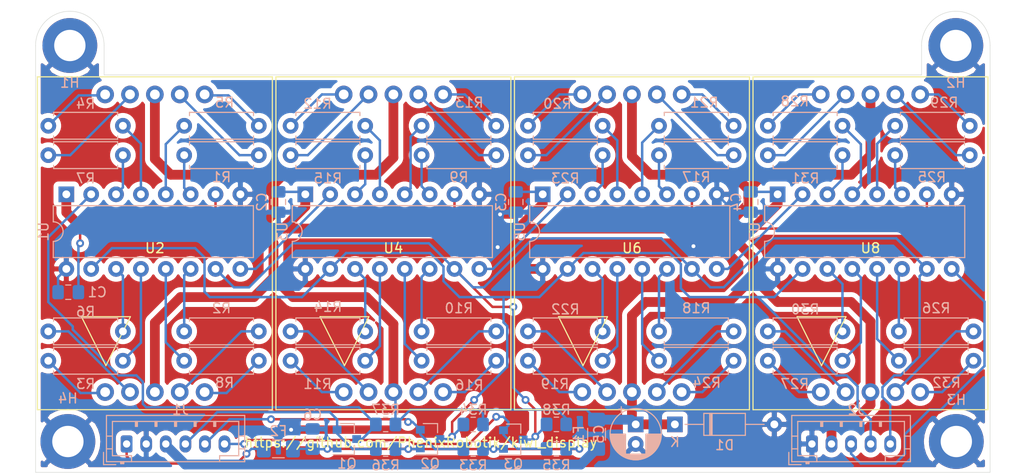
<source format=kicad_pcb>
(kicad_pcb (version 20171130) (host pcbnew 5.1.10)
  (layers (0 F.Cu signal) (31 B.Cu signal) (34 B.Paste user) (35 F.Paste user) (36 B.SilkS user) (37 F.SilkS user) (38 B.Mask user) (39 F.Mask user) (44 Edge.Cuts user))
  (net 0 "")
  (net 1 GND)
  (net 2 /sheet618A5111/clk)
  (net 3 /sheet618A5111/data_in)
  (net 4 +5V)
  (net 5 /sheet618A5617/data_out)
  (net 6 "Net-(R1-Pad2)")
  (net 7 "Net-(R1-Pad1)")
  (net 8 "Net-(R2-Pad2)")
  (net 9 "Net-(R2-Pad1)")
  (net 10 "Net-(R3-Pad2)")
  (net 11 "Net-(R3-Pad1)")
  (net 12 "Net-(R4-Pad2)")
  (net 13 "Net-(R4-Pad1)")
  (net 14 "Net-(R5-Pad2)")
  (net 15 "Net-(R5-Pad1)")
  (net 16 "Net-(R6-Pad2)")
  (net 17 "Net-(R6-Pad1)")
  (net 18 "Net-(R7-Pad2)")
  (net 19 "Net-(R7-Pad1)")
  (net 20 "Net-(R8-Pad2)")
  (net 21 "Net-(R8-Pad1)")
  (net 22 "Net-(R9-Pad2)")
  (net 23 "Net-(R9-Pad1)")
  (net 24 "Net-(R10-Pad2)")
  (net 25 "Net-(R10-Pad1)")
  (net 26 "Net-(R11-Pad2)")
  (net 27 "Net-(R11-Pad1)")
  (net 28 "Net-(R12-Pad2)")
  (net 29 "Net-(R12-Pad1)")
  (net 30 "Net-(R13-Pad2)")
  (net 31 "Net-(R13-Pad1)")
  (net 32 "Net-(R14-Pad2)")
  (net 33 "Net-(R14-Pad1)")
  (net 34 "Net-(R15-Pad2)")
  (net 35 "Net-(R15-Pad1)")
  (net 36 "Net-(R16-Pad2)")
  (net 37 "Net-(R16-Pad1)")
  (net 38 "Net-(R17-Pad2)")
  (net 39 "Net-(R17-Pad1)")
  (net 40 "Net-(R18-Pad2)")
  (net 41 "Net-(R18-Pad1)")
  (net 42 "Net-(R19-Pad2)")
  (net 43 "Net-(R19-Pad1)")
  (net 44 "Net-(R20-Pad2)")
  (net 45 "Net-(R20-Pad1)")
  (net 46 "Net-(R21-Pad2)")
  (net 47 "Net-(R21-Pad1)")
  (net 48 "Net-(R22-Pad2)")
  (net 49 "Net-(R22-Pad1)")
  (net 50 "Net-(R23-Pad2)")
  (net 51 "Net-(R23-Pad1)")
  (net 52 "Net-(R24-Pad2)")
  (net 53 "Net-(R24-Pad1)")
  (net 54 "Net-(R25-Pad2)")
  (net 55 "Net-(R25-Pad1)")
  (net 56 "Net-(R26-Pad2)")
  (net 57 "Net-(R26-Pad1)")
  (net 58 "Net-(R27-Pad2)")
  (net 59 "Net-(R27-Pad1)")
  (net 60 "Net-(R28-Pad2)")
  (net 61 "Net-(R28-Pad1)")
  (net 62 "Net-(R29-Pad2)")
  (net 63 "Net-(R29-Pad1)")
  (net 64 "Net-(R30-Pad2)")
  (net 65 "Net-(R30-Pad1)")
  (net 66 "Net-(R31-Pad2)")
  (net 67 "Net-(R31-Pad1)")
  (net 68 "Net-(R32-Pad2)")
  (net 69 "Net-(R32-Pad1)")
  (net 70 /sheet618A51E0/data_in)
  (net 71 /sheet618A54CB/data_in)
  (net 72 /sheet618A5617/data_in)
  (net 73 /level_shift/low)
  (net 74 +3V3)
  (net 75 /sheet6191A868/low)
  (net 76 /sheet619197D7/low)
  (net 77 /sheet6191A868/high)
  (net 78 "Net-(F1-Pad2)")
  (net 79 "Net-(F2-Pad2)")
  (module Fuse:Fuse_1206_3216Metric_Pad1.42x1.75mm_HandSolder (layer B.Cu) (at 111.5 75 180)
    (fp_text reference F2 (at 0 1.82) (layer B.SilkS) (effects (justify mirror)))
    (fp_text value Fuse)
    (pad 2 smd roundrect (at 1.4875 0 180) (size 1.425 1.75) (layers B.Cu B.Paste B.Mask) (roundrect_rratio 0.175439) (net 79 "Net-(F2-Pad2)"))
    (pad 1 smd roundrect (at -1.4875 0 180) (size 1.425 1.75) (layers B.Cu B.Paste B.Mask) (roundrect_rratio 0.175439) (net 74 +3V3))
  )
  (module Capacitor_SMD:C_0805_2012Metric_Pad1.18x1.45mm_HandSolder (layer B.Cu) (at 115 74 90)
    (fp_text reference C6 (at 2.5 0) (layer B.SilkS) (effects (justify mirror)))
    (fp_text value C)
    (pad 2 smd roundrect (at 1.0375 0 90) (size 1.175 1.45) (layers B.Cu B.Paste B.Mask) (roundrect_rratio 0.212766) (net 1 GND))
    (pad 1 smd roundrect (at -1.0375 0 90) (size 1.175 1.45) (layers B.Cu B.Paste B.Mask) (roundrect_rratio 0.212766) (net 74 +3V3))
  )
  (module Fuse:Fuse_1206_3216Metric_Pad1.42x1.75mm_HandSolder (layer B.Cu) (at 144 73.5125 270)
    (fp_text reference F1 (at 0 1.82 90) (layer B.SilkS) (effects (justify mirror)))
    (fp_text value Fuse)
    (pad 2 smd roundrect (at 1.4875 0 270) (size 1.425 1.75) (layers B.Cu B.Paste B.Mask) (roundrect_rratio 0.175439) (net 78 "Net-(F1-Pad2)"))
    (pad 1 smd roundrect (at -1.4875 0 270) (size 1.425 1.75) (layers B.Cu B.Paste B.Mask) (roundrect_rratio 0.175439) (net 4 +5V))
  )
  (module Diode_THT:D_DO-35_SOD27_P10.16mm_Horizontal (layer B.Cu) (at 152 72.5)
    (fp_text reference D1 (at 5.08 2.12) (layer B.SilkS) (effects (justify mirror)))
    (fp_text value D)
    (fp_text user K (at 0 1.8) (layer B.SilkS) (effects (justify mirror)))
    (pad 2 thru_hole oval (at 10.16 0) (size 1.6 1.6) (drill 0.8) (layers *.Cu *.Mask) (net 1 GND))
    (pad 1 thru_hole rect (at 0 0) (size 1.6 1.6) (drill 0.8) (layers *.Cu *.Mask) (net 4 +5V))
  )
  (module Capacitor_THT:CP_Radial_D5.0mm_P2.00mm (layer B.Cu) (at 148 72.5 270)
    (fp_text reference C5 (at 1 3.75 270) (layer B.SilkS) (effects (justify mirror)))
    (fp_text value CP)
    (pad 2 thru_hole circle (at 2 0 270) (size 1.6 1.6) (drill 0.8) (layers *.Cu *.Mask) (net 1 GND))
    (pad 1 thru_hole rect (at 0 0 270) (size 1.6 1.6) (drill 0.8) (layers *.Cu *.Mask) (net 4 +5V))
  )
  (module Capacitor_SMD:C_0805_2012Metric_Pad1.18x1.45mm_HandSolder (layer B.Cu) (at 159.75 49.7875 270)
    (fp_text reference C4 (at 0 1.5 90) (layer B.SilkS) (effects (justify mirror)))
    (fp_text value C)
    (pad 2 smd roundrect (at 1.0375 0 270) (size 1.175 1.45) (layers B.Cu B.Paste B.Mask) (roundrect_rratio 0.212766) (net 1 GND))
    (pad 1 smd roundrect (at -1.0375 0 270) (size 1.175 1.45) (layers B.Cu B.Paste B.Mask) (roundrect_rratio 0.212766) (net 4 +5V))
  )
  (module Capacitor_SMD:C_0805_2012Metric_Pad1.18x1.45mm_HandSolder (layer B.Cu) (at 135.75 49.7875 270)
    (fp_text reference C3 (at 0 1.5 90) (layer B.SilkS) (effects (justify mirror)))
    (fp_text value C)
    (pad 2 smd roundrect (at 1.0375 0 270) (size 1.175 1.45) (layers B.Cu B.Paste B.Mask) (roundrect_rratio 0.212766) (net 1 GND))
    (pad 1 smd roundrect (at -1.0375 0 270) (size 1.175 1.45) (layers B.Cu B.Paste B.Mask) (roundrect_rratio 0.212766) (net 4 +5V))
  )
  (module Capacitor_SMD:C_0805_2012Metric_Pad1.18x1.45mm_HandSolder (layer B.Cu) (at 111.5 49.7875 270)
    (fp_text reference C2 (at 0 1.68 90) (layer B.SilkS) (effects (justify mirror)))
    (fp_text value C)
    (pad 2 smd roundrect (at 1.0375 0 270) (size 1.175 1.45) (layers B.Cu B.Paste B.Mask) (roundrect_rratio 0.212766) (net 1 GND))
    (pad 1 smd roundrect (at -1.0375 0 270) (size 1.175 1.45) (layers B.Cu B.Paste B.Mask) (roundrect_rratio 0.212766) (net 4 +5V))
  )
  (module Capacitor_SMD:C_0805_2012Metric_Pad1.18x1.45mm_HandSolder (layer B.Cu) (at 90.0375 59 180)
    (fp_text reference C1 (at -2.9625 0) (layer B.SilkS) (effects (justify mirror)))
    (fp_text value C)
    (pad 2 smd roundrect (at 1.0375 0 180) (size 1.175 1.45) (layers B.Cu B.Paste B.Mask) (roundrect_rratio 0.212766) (net 1 GND))
    (pad 1 smd roundrect (at -1.0375 0 180) (size 1.175 1.45) (layers B.Cu B.Paste B.Mask) (roundrect_rratio 0.212766) (net 4 +5V))
  )
  (module Resistor_SMD:R_0805_2012Metric_Pad1.20x1.40mm_HandSolder (layer B.Cu) (at 139.9 72.5)
    (fp_text reference R38 (at 0 -1.5) (layer B.SilkS) (effects (justify mirror)))
    (fp_text value 10kR)
    (pad 2 smd roundrect (at 1 0) (size 1.2 1.4) (layers B.Cu B.Paste B.Mask) (roundrect_rratio 0.208333) (net 4 +5V))
    (pad 1 smd roundrect (at -1 0) (size 1.2 1.4) (layers B.Cu B.Paste B.Mask) (roundrect_rratio 0.208333) (net 77 /sheet6191A868/high))
  )
  (module Resistor_SMD:R_0805_2012Metric_Pad1.20x1.40mm_HandSolder (layer B.Cu) (at 122.46 72.51)
    (fp_text reference R37 (at 0 -1.51) (layer B.SilkS) (effects (justify mirror)))
    (fp_text value 10kR)
    (pad 2 smd roundrect (at 1 0) (size 1.2 1.4) (layers B.Cu B.Paste B.Mask) (roundrect_rratio 0.208333) (net 4 +5V))
    (pad 1 smd roundrect (at -1 0) (size 1.2 1.4) (layers B.Cu B.Paste B.Mask) (roundrect_rratio 0.208333) (net 3 /sheet618A5111/data_in))
  )
  (module Resistor_SMD:R_0805_2012Metric_Pad1.20x1.40mm_HandSolder (layer B.Cu) (at 122.46 75.02)
    (fp_text reference R36 (at 0 1.65) (layer B.SilkS) (effects (justify mirror)))
    (fp_text value 10kR)
    (pad 2 smd roundrect (at 1 0) (size 1.2 1.4) (layers B.Cu B.Paste B.Mask) (roundrect_rratio 0.208333) (net 74 +3V3))
    (pad 1 smd roundrect (at -1 0) (size 1.2 1.4) (layers B.Cu B.Paste B.Mask) (roundrect_rratio 0.208333) (net 73 /level_shift/low))
  )
  (module Resistor_SMD:R_0805_2012Metric_Pad1.20x1.40mm_HandSolder (layer B.Cu) (at 139.9 75)
    (fp_text reference R35 (at 0 1.65) (layer B.SilkS) (effects (justify mirror)))
    (fp_text value 10kR)
    (pad 2 smd roundrect (at 1 0) (size 1.2 1.4) (layers B.Cu B.Paste B.Mask) (roundrect_rratio 0.208333) (net 74 +3V3))
    (pad 1 smd roundrect (at -1 0) (size 1.2 1.4) (layers B.Cu B.Paste B.Mask) (roundrect_rratio 0.208333) (net 75 /sheet6191A868/low))
  )
  (module Resistor_SMD:R_0805_2012Metric_Pad1.20x1.40mm_HandSolder (layer B.Cu) (at 131.4 72.51)
    (fp_text reference R34 (at 0 -1.51) (layer B.SilkS) (effects (justify mirror)))
    (fp_text value 10kR)
    (pad 2 smd roundrect (at 1 0) (size 1.2 1.4) (layers B.Cu B.Paste B.Mask) (roundrect_rratio 0.208333) (net 4 +5V))
    (pad 1 smd roundrect (at -1 0) (size 1.2 1.4) (layers B.Cu B.Paste B.Mask) (roundrect_rratio 0.208333) (net 2 /sheet618A5111/clk))
  )
  (module Resistor_SMD:R_0805_2012Metric_Pad1.20x1.40mm_HandSolder (layer B.Cu) (at 131.4 75.02)
    (fp_text reference R33 (at 0 1.65) (layer B.SilkS) (effects (justify mirror)))
    (fp_text value 10kR)
    (pad 2 smd roundrect (at 1 0) (size 1.2 1.4) (layers B.Cu B.Paste B.Mask) (roundrect_rratio 0.208333) (net 74 +3V3))
    (pad 1 smd roundrect (at -1 0) (size 1.2 1.4) (layers B.Cu B.Paste B.Mask) (roundrect_rratio 0.208333) (net 76 /sheet619197D7/low))
  )
  (module Package_TO_SOT_SMD:SOT-23 (layer B.Cu) (at 135.5 74.05)
    (fp_text reference Q3 (at 0 2.5) (layer B.SilkS) (effects (justify mirror)))
    (fp_text value BSS138)
    (pad 3 smd rect (at 1 0) (size 0.9 0.8) (layers B.Cu B.Paste B.Mask) (net 77 /sheet6191A868/high))
    (pad 2 smd rect (at -1 -0.95) (size 0.9 0.8) (layers B.Cu B.Paste B.Mask) (net 75 /sheet6191A868/low))
    (pad 1 smd rect (at -1 0.95) (size 0.9 0.8) (layers B.Cu B.Paste B.Mask) (net 74 +3V3))
  )
  (module Package_TO_SOT_SMD:SOT-23 (layer B.Cu) (at 127 74)
    (fp_text reference Q2 (at 0 2.5) (layer B.SilkS) (effects (justify mirror)))
    (fp_text value BSS138)
    (pad 3 smd rect (at 1 0) (size 0.9 0.8) (layers B.Cu B.Paste B.Mask) (net 2 /sheet618A5111/clk))
    (pad 2 smd rect (at -1 -0.95) (size 0.9 0.8) (layers B.Cu B.Paste B.Mask) (net 76 /sheet619197D7/low))
    (pad 1 smd rect (at -1 0.95) (size 0.9 0.8) (layers B.Cu B.Paste B.Mask) (net 74 +3V3))
  )
  (module Connector_JST:JST_PH_B6B-PH-K_1x06_P2.00mm_Vertical (layer B.Cu) (at 96 74.5)
    (fp_text reference J1 (at 5.5 -3.5) (layer B.SilkS) (effects (justify mirror)))
    (fp_text value Conn_01x06)
    (pad 6 thru_hole oval (at 10 0) (size 1.2 1.75) (drill 0.75) (layers *.Cu *.Mask) (net 75 /sheet6191A868/low))
    (pad 5 thru_hole oval (at 8 0) (size 1.2 1.75) (drill 0.75) (layers *.Cu *.Mask) (net 76 /sheet619197D7/low))
    (pad 4 thru_hole oval (at 6 0) (size 1.2 1.75) (drill 0.75) (layers *.Cu *.Mask) (net 73 /level_shift/low))
    (pad 3 thru_hole oval (at 4 0) (size 1.2 1.75) (drill 0.75) (layers *.Cu *.Mask) (net 78 "Net-(F1-Pad2)"))
    (pad 2 thru_hole oval (at 2 0) (size 1.2 1.75) (drill 0.75) (layers *.Cu *.Mask) (net 1 GND))
    (pad 1 thru_hole roundrect (at 0 0) (size 1.2 1.75) (drill 0.75) (layers *.Cu *.Mask) (roundrect_rratio 0.208333) (net 79 "Net-(F2-Pad2)"))
  )
  (module Package_TO_SOT_SMD:SOT-23 (layer B.Cu) (at 118.5 74)
    (fp_text reference Q1 (at 0 2.5) (layer B.SilkS) (effects (justify mirror)))
    (fp_text value BSS138)
    (pad 3 smd rect (at 1 0) (size 0.9 0.8) (layers B.Cu B.Paste B.Mask) (net 3 /sheet618A5111/data_in))
    (pad 2 smd rect (at -1 -0.95) (size 0.9 0.8) (layers B.Cu B.Paste B.Mask) (net 73 /level_shift/low))
    (pad 1 smd rect (at -1 0.95) (size 0.9 0.8) (layers B.Cu B.Paste B.Mask) (net 74 +3V3))
  )
  (module Resistor_THT:R_Axial_DIN0207_L6.3mm_D2.5mm_P7.62mm_Horizontal (layer B.Cu) (at 182.5 66 180)
    (fp_text reference R32 (at 2.75 -2.25) (layer B.SilkS) (effects (justify mirror)))
    (fp_text value R)
    (pad 2 thru_hole oval (at 7.62 0 180) (size 1.6 1.6) (drill 0.8) (layers *.Cu *.Mask) (net 68 "Net-(R32-Pad2)"))
    (pad 1 thru_hole circle (at 0 0 180) (size 1.6 1.6) (drill 0.8) (layers *.Cu *.Mask) (net 69 "Net-(R32-Pad1)"))
  )
  (module Resistor_THT:R_Axial_DIN0207_L6.3mm_D2.5mm_P7.62mm_Horizontal (layer B.Cu) (at 161.5 45)
    (fp_text reference R31 (at 3.81 2.37) (layer B.SilkS) (effects (justify mirror)))
    (fp_text value R)
    (pad 2 thru_hole oval (at 7.62 0) (size 1.6 1.6) (drill 0.8) (layers *.Cu *.Mask) (net 66 "Net-(R31-Pad2)"))
    (pad 1 thru_hole circle (at 0 0) (size 1.6 1.6) (drill 0.8) (layers *.Cu *.Mask) (net 67 "Net-(R31-Pad1)"))
  )
  (module Resistor_THT:R_Axial_DIN0207_L6.3mm_D2.5mm_P7.62mm_Horizontal (layer B.Cu) (at 161.5 63)
    (fp_text reference R30 (at 3.81 -2.25) (layer B.SilkS) (effects (justify mirror)))
    (fp_text value R)
    (pad 2 thru_hole oval (at 7.62 0) (size 1.6 1.6) (drill 0.8) (layers *.Cu *.Mask) (net 64 "Net-(R30-Pad2)"))
    (pad 1 thru_hole circle (at 0 0) (size 1.6 1.6) (drill 0.8) (layers *.Cu *.Mask) (net 65 "Net-(R30-Pad1)"))
  )
  (module Resistor_THT:R_Axial_DIN0207_L6.3mm_D2.5mm_P7.62mm_Horizontal (layer B.Cu) (at 182.12 42 180)
    (fp_text reference R29 (at 2.62 2.37) (layer B.SilkS) (effects (justify mirror)))
    (fp_text value R)
    (pad 2 thru_hole oval (at 7.62 0 180) (size 1.6 1.6) (drill 0.8) (layers *.Cu *.Mask) (net 62 "Net-(R29-Pad2)"))
    (pad 1 thru_hole circle (at 0 0 180) (size 1.6 1.6) (drill 0.8) (layers *.Cu *.Mask) (net 63 "Net-(R29-Pad1)"))
  )
  (module Resistor_THT:R_Axial_DIN0207_L6.3mm_D2.5mm_P7.62mm_Horizontal (layer B.Cu) (at 161.5 42)
    (fp_text reference R28 (at 2.75 -2.5) (layer B.SilkS) (effects (justify mirror)))
    (fp_text value R)
    (pad 2 thru_hole oval (at 7.62 0) (size 1.6 1.6) (drill 0.8) (layers *.Cu *.Mask) (net 60 "Net-(R28-Pad2)"))
    (pad 1 thru_hole circle (at 0 0) (size 1.6 1.6) (drill 0.8) (layers *.Cu *.Mask) (net 61 "Net-(R28-Pad1)"))
  )
  (module Resistor_THT:R_Axial_DIN0207_L6.3mm_D2.5mm_P7.62mm_Horizontal (layer B.Cu) (at 161.5 66)
    (fp_text reference R27 (at 2.75 2.37) (layer B.SilkS) (effects (justify mirror)))
    (fp_text value R)
    (pad 2 thru_hole oval (at 7.62 0) (size 1.6 1.6) (drill 0.8) (layers *.Cu *.Mask) (net 58 "Net-(R27-Pad2)"))
    (pad 1 thru_hole circle (at 0 0) (size 1.6 1.6) (drill 0.8) (layers *.Cu *.Mask) (net 59 "Net-(R27-Pad1)"))
  )
  (module Resistor_THT:R_Axial_DIN0207_L6.3mm_D2.5mm_P7.62mm_Horizontal (layer B.Cu) (at 182.5 63 180)
    (fp_text reference R26 (at 3.81 2.37) (layer B.SilkS) (effects (justify mirror)))
    (fp_text value R)
    (pad 2 thru_hole oval (at 7.62 0 180) (size 1.6 1.6) (drill 0.8) (layers *.Cu *.Mask) (net 56 "Net-(R26-Pad2)"))
    (pad 1 thru_hole circle (at 0 0 180) (size 1.6 1.6) (drill 0.8) (layers *.Cu *.Mask) (net 57 "Net-(R26-Pad1)"))
  )
  (module Resistor_THT:R_Axial_DIN0207_L6.3mm_D2.5mm_P7.62mm_Horizontal (layer B.Cu) (at 182.12 45 180)
    (fp_text reference R25 (at 3.87 -2.25) (layer B.SilkS) (effects (justify mirror)))
    (fp_text value R)
    (pad 2 thru_hole oval (at 7.62 0 180) (size 1.6 1.6) (drill 0.8) (layers *.Cu *.Mask) (net 54 "Net-(R25-Pad2)"))
    (pad 1 thru_hole circle (at 0 0 180) (size 1.6 1.6) (drill 0.8) (layers *.Cu *.Mask) (net 55 "Net-(R25-Pad1)"))
  )
  (module Resistor_THT:R_Axial_DIN0207_L6.3mm_D2.5mm_P7.62mm_Horizontal (layer B.Cu) (at 158 66 180)
    (fp_text reference R24 (at 2.75 -2.25) (layer B.SilkS) (effects (justify mirror)))
    (fp_text value R)
    (pad 2 thru_hole oval (at 7.62 0 180) (size 1.6 1.6) (drill 0.8) (layers *.Cu *.Mask) (net 52 "Net-(R24-Pad2)"))
    (pad 1 thru_hole circle (at 0 0 180) (size 1.6 1.6) (drill 0.8) (layers *.Cu *.Mask) (net 53 "Net-(R24-Pad1)"))
  )
  (module Resistor_THT:R_Axial_DIN0207_L6.3mm_D2.5mm_P7.62mm_Horizontal (layer B.Cu) (at 137 45)
    (fp_text reference R23 (at 3.81 2.37) (layer B.SilkS) (effects (justify mirror)))
    (fp_text value R)
    (pad 2 thru_hole oval (at 7.62 0) (size 1.6 1.6) (drill 0.8) (layers *.Cu *.Mask) (net 50 "Net-(R23-Pad2)"))
    (pad 1 thru_hole circle (at 0 0) (size 1.6 1.6) (drill 0.8) (layers *.Cu *.Mask) (net 51 "Net-(R23-Pad1)"))
  )
  (module Resistor_THT:R_Axial_DIN0207_L6.3mm_D2.5mm_P7.62mm_Horizontal (layer B.Cu) (at 137 63)
    (fp_text reference R22 (at 3.81 -2.25) (layer B.SilkS) (effects (justify mirror)))
    (fp_text value R)
    (pad 2 thru_hole oval (at 7.62 0) (size 1.6 1.6) (drill 0.8) (layers *.Cu *.Mask) (net 48 "Net-(R22-Pad2)"))
    (pad 1 thru_hole circle (at 0 0) (size 1.6 1.6) (drill 0.8) (layers *.Cu *.Mask) (net 49 "Net-(R22-Pad1)"))
  )
  (module Resistor_THT:R_Axial_DIN0207_L6.3mm_D2.5mm_P7.62mm_Horizontal (layer B.Cu) (at 158 42 180)
    (fp_text reference R21 (at 3 2.37) (layer B.SilkS) (effects (justify mirror)))
    (fp_text value R)
    (pad 2 thru_hole oval (at 7.62 0 180) (size 1.6 1.6) (drill 0.8) (layers *.Cu *.Mask) (net 46 "Net-(R21-Pad2)"))
    (pad 1 thru_hole circle (at 0 0 180) (size 1.6 1.6) (drill 0.8) (layers *.Cu *.Mask) (net 47 "Net-(R21-Pad1)"))
  )
  (module Resistor_THT:R_Axial_DIN0207_L6.3mm_D2.5mm_P7.62mm_Horizontal (layer B.Cu) (at 137 42)
    (fp_text reference R20 (at 3 -2.25) (layer B.SilkS) (effects (justify mirror)))
    (fp_text value R)
    (pad 2 thru_hole oval (at 7.62 0) (size 1.6 1.6) (drill 0.8) (layers *.Cu *.Mask) (net 44 "Net-(R20-Pad2)"))
    (pad 1 thru_hole circle (at 0 0) (size 1.6 1.6) (drill 0.8) (layers *.Cu *.Mask) (net 45 "Net-(R20-Pad1)"))
  )
  (module Resistor_THT:R_Axial_DIN0207_L6.3mm_D2.5mm_P7.62mm_Horizontal (layer B.Cu) (at 137 66)
    (fp_text reference R19 (at 2.75 2.37) (layer B.SilkS) (effects (justify mirror)))
    (fp_text value R)
    (pad 2 thru_hole oval (at 7.62 0) (size 1.6 1.6) (drill 0.8) (layers *.Cu *.Mask) (net 42 "Net-(R19-Pad2)"))
    (pad 1 thru_hole circle (at 0 0) (size 1.6 1.6) (drill 0.8) (layers *.Cu *.Mask) (net 43 "Net-(R19-Pad1)"))
  )
  (module Resistor_THT:R_Axial_DIN0207_L6.3mm_D2.5mm_P7.62mm_Horizontal (layer B.Cu) (at 158 63 180)
    (fp_text reference R18 (at 3.81 2.37) (layer B.SilkS) (effects (justify mirror)))
    (fp_text value R)
    (pad 2 thru_hole oval (at 7.62 0 180) (size 1.6 1.6) (drill 0.8) (layers *.Cu *.Mask) (net 40 "Net-(R18-Pad2)"))
    (pad 1 thru_hole circle (at 0 0 180) (size 1.6 1.6) (drill 0.8) (layers *.Cu *.Mask) (net 41 "Net-(R18-Pad1)"))
  )
  (module Resistor_THT:R_Axial_DIN0207_L6.3mm_D2.5mm_P7.62mm_Horizontal (layer B.Cu) (at 158 45 180)
    (fp_text reference R17 (at 3.81 -2.25) (layer B.SilkS) (effects (justify mirror)))
    (fp_text value R)
    (pad 2 thru_hole oval (at 7.62 0 180) (size 1.6 1.6) (drill 0.8) (layers *.Cu *.Mask) (net 38 "Net-(R17-Pad2)"))
    (pad 1 thru_hole circle (at 0 0 180) (size 1.6 1.6) (drill 0.8) (layers *.Cu *.Mask) (net 39 "Net-(R17-Pad1)"))
  )
  (module Resistor_THT:R_Axial_DIN0207_L6.3mm_D2.5mm_P7.62mm_Horizontal (layer B.Cu) (at 133.75 66 180)
    (fp_text reference R16 (at 2.75 -2.5) (layer B.SilkS) (effects (justify mirror)))
    (fp_text value R)
    (pad 2 thru_hole oval (at 7.62 0 180) (size 1.6 1.6) (drill 0.8) (layers *.Cu *.Mask) (net 36 "Net-(R16-Pad2)"))
    (pad 1 thru_hole circle (at 0 0 180) (size 1.6 1.6) (drill 0.8) (layers *.Cu *.Mask) (net 37 "Net-(R16-Pad1)"))
  )
  (module Resistor_THT:R_Axial_DIN0207_L6.3mm_D2.5mm_P7.62mm_Horizontal (layer B.Cu) (at 112.75 45)
    (fp_text reference R15 (at 3.81 2.37) (layer B.SilkS) (effects (justify mirror)))
    (fp_text value R)
    (pad 2 thru_hole oval (at 7.62 0) (size 1.6 1.6) (drill 0.8) (layers *.Cu *.Mask) (net 34 "Net-(R15-Pad2)"))
    (pad 1 thru_hole circle (at 0 0) (size 1.6 1.6) (drill 0.8) (layers *.Cu *.Mask) (net 35 "Net-(R15-Pad1)"))
  )
  (module Resistor_THT:R_Axial_DIN0207_L6.3mm_D2.5mm_P7.62mm_Horizontal (layer B.Cu) (at 112.75 63)
    (fp_text reference R14 (at 3.81 -2.5) (layer B.SilkS) (effects (justify mirror)))
    (fp_text value R)
    (pad 2 thru_hole oval (at 7.62 0) (size 1.6 1.6) (drill 0.8) (layers *.Cu *.Mask) (net 32 "Net-(R14-Pad2)"))
    (pad 1 thru_hole circle (at 0 0) (size 1.6 1.6) (drill 0.8) (layers *.Cu *.Mask) (net 33 "Net-(R14-Pad1)"))
  )
  (module Resistor_THT:R_Axial_DIN0207_L6.3mm_D2.5mm_P7.62mm_Horizontal (layer B.Cu) (at 133.75 42 180)
    (fp_text reference R13 (at 2.75 2.37) (layer B.SilkS) (effects (justify mirror)))
    (fp_text value R)
    (pad 2 thru_hole oval (at 7.62 0 180) (size 1.6 1.6) (drill 0.8) (layers *.Cu *.Mask) (net 30 "Net-(R13-Pad2)"))
    (pad 1 thru_hole circle (at 0 0 180) (size 1.6 1.6) (drill 0.8) (layers *.Cu *.Mask) (net 31 "Net-(R13-Pad1)"))
  )
  (module Resistor_THT:R_Axial_DIN0207_L6.3mm_D2.5mm_P7.62mm_Horizontal (layer B.Cu) (at 112.75 42)
    (fp_text reference R12 (at 2.75 -2.25) (layer B.SilkS) (effects (justify mirror)))
    (fp_text value R)
    (pad 2 thru_hole oval (at 7.62 0) (size 1.6 1.6) (drill 0.8) (layers *.Cu *.Mask) (net 28 "Net-(R12-Pad2)"))
    (pad 1 thru_hole circle (at 0 0) (size 1.6 1.6) (drill 0.8) (layers *.Cu *.Mask) (net 29 "Net-(R12-Pad1)"))
  )
  (module Resistor_THT:R_Axial_DIN0207_L6.3mm_D2.5mm_P7.62mm_Horizontal (layer B.Cu) (at 112.75 66)
    (fp_text reference R11 (at 2.75 2.37) (layer B.SilkS) (effects (justify mirror)))
    (fp_text value R)
    (pad 2 thru_hole oval (at 7.62 0) (size 1.6 1.6) (drill 0.8) (layers *.Cu *.Mask) (net 26 "Net-(R11-Pad2)"))
    (pad 1 thru_hole circle (at 0 0) (size 1.6 1.6) (drill 0.8) (layers *.Cu *.Mask) (net 27 "Net-(R11-Pad1)"))
  )
  (module Resistor_THT:R_Axial_DIN0207_L6.3mm_D2.5mm_P7.62mm_Horizontal (layer B.Cu) (at 133.75 63 180)
    (fp_text reference R10 (at 3.81 2.37) (layer B.SilkS) (effects (justify mirror)))
    (fp_text value R)
    (pad 2 thru_hole oval (at 7.62 0 180) (size 1.6 1.6) (drill 0.8) (layers *.Cu *.Mask) (net 24 "Net-(R10-Pad2)"))
    (pad 1 thru_hole circle (at 0 0 180) (size 1.6 1.6) (drill 0.8) (layers *.Cu *.Mask) (net 25 "Net-(R10-Pad1)"))
  )
  (module Resistor_THT:R_Axial_DIN0207_L6.3mm_D2.5mm_P7.62mm_Horizontal (layer B.Cu) (at 133.75 45 180)
    (fp_text reference R9 (at 3.81 -2.25) (layer B.SilkS) (effects (justify mirror)))
    (fp_text value R)
    (pad 2 thru_hole oval (at 7.62 0 180) (size 1.6 1.6) (drill 0.8) (layers *.Cu *.Mask) (net 22 "Net-(R9-Pad2)"))
    (pad 1 thru_hole circle (at 0 0 180) (size 1.6 1.6) (drill 0.8) (layers *.Cu *.Mask) (net 23 "Net-(R9-Pad1)"))
  )
  (module Resistor_THT:R_Axial_DIN0207_L6.3mm_D2.5mm_P7.62mm_Horizontal (layer B.Cu) (at 109.5 66 180)
    (fp_text reference R8 (at 3.5 -2.25) (layer B.SilkS) (effects (justify mirror)))
    (fp_text value R)
    (pad 2 thru_hole oval (at 7.62 0 180) (size 1.6 1.6) (drill 0.8) (layers *.Cu *.Mask) (net 20 "Net-(R8-Pad2)"))
    (pad 1 thru_hole circle (at 0 0 180) (size 1.6 1.6) (drill 0.8) (layers *.Cu *.Mask) (net 21 "Net-(R8-Pad1)"))
  )
  (module Resistor_THT:R_Axial_DIN0207_L6.3mm_D2.5mm_P7.62mm_Horizontal (layer B.Cu) (at 88 45)
    (fp_text reference R7 (at 3.81 2.37) (layer B.SilkS) (effects (justify mirror)))
    (fp_text value R)
    (pad 2 thru_hole oval (at 7.62 0) (size 1.6 1.6) (drill 0.8) (layers *.Cu *.Mask) (net 18 "Net-(R7-Pad2)"))
    (pad 1 thru_hole circle (at 0 0) (size 1.6 1.6) (drill 0.8) (layers *.Cu *.Mask) (net 19 "Net-(R7-Pad1)"))
  )
  (module Resistor_THT:R_Axial_DIN0207_L6.3mm_D2.5mm_P7.62mm_Horizontal (layer B.Cu) (at 88 63)
    (fp_text reference R6 (at 3.81 -2) (layer B.SilkS) (effects (justify mirror)))
    (fp_text value R)
    (pad 2 thru_hole oval (at 7.62 0) (size 1.6 1.6) (drill 0.8) (layers *.Cu *.Mask) (net 16 "Net-(R6-Pad2)"))
    (pad 1 thru_hole circle (at 0 0) (size 1.6 1.6) (drill 0.8) (layers *.Cu *.Mask) (net 17 "Net-(R6-Pad1)"))
  )
  (module Resistor_THT:R_Axial_DIN0207_L6.3mm_D2.5mm_P7.62mm_Horizontal (layer B.Cu) (at 109.5 42 180)
    (fp_text reference R5 (at 3.5 2.37) (layer B.SilkS) (effects (justify mirror)))
    (fp_text value R)
    (pad 2 thru_hole oval (at 7.62 0 180) (size 1.6 1.6) (drill 0.8) (layers *.Cu *.Mask) (net 14 "Net-(R5-Pad2)"))
    (pad 1 thru_hole circle (at 0 0 180) (size 1.6 1.6) (drill 0.8) (layers *.Cu *.Mask) (net 15 "Net-(R5-Pad1)"))
  )
  (module Resistor_THT:R_Axial_DIN0207_L6.3mm_D2.5mm_P7.62mm_Horizontal (layer B.Cu) (at 88 42)
    (fp_text reference R4 (at 3.81 -2.25) (layer B.SilkS) (effects (justify mirror)))
    (fp_text value R)
    (pad 2 thru_hole oval (at 7.62 0) (size 1.6 1.6) (drill 0.8) (layers *.Cu *.Mask) (net 12 "Net-(R4-Pad2)"))
    (pad 1 thru_hole circle (at 0 0) (size 1.6 1.6) (drill 0.8) (layers *.Cu *.Mask) (net 13 "Net-(R4-Pad1)"))
  )
  (module Resistor_THT:R_Axial_DIN0207_L6.3mm_D2.5mm_P7.62mm_Horizontal (layer B.Cu) (at 88 66)
    (fp_text reference R3 (at 3.81 2.37) (layer B.SilkS) (effects (justify mirror)))
    (fp_text value R)
    (pad 2 thru_hole oval (at 7.62 0) (size 1.6 1.6) (drill 0.8) (layers *.Cu *.Mask) (net 10 "Net-(R3-Pad2)"))
    (pad 1 thru_hole circle (at 0 0) (size 1.6 1.6) (drill 0.8) (layers *.Cu *.Mask) (net 11 "Net-(R3-Pad1)"))
  )
  (module Resistor_THT:R_Axial_DIN0207_L6.3mm_D2.5mm_P7.62mm_Horizontal (layer B.Cu) (at 109.5 63 180)
    (fp_text reference R2 (at 3.81 2.37) (layer B.SilkS) (effects (justify mirror)))
    (fp_text value R)
    (pad 2 thru_hole oval (at 7.62 0 180) (size 1.6 1.6) (drill 0.8) (layers *.Cu *.Mask) (net 8 "Net-(R2-Pad2)"))
    (pad 1 thru_hole circle (at 0 0 180) (size 1.6 1.6) (drill 0.8) (layers *.Cu *.Mask) (net 9 "Net-(R2-Pad1)"))
  )
  (module Resistor_THT:R_Axial_DIN0207_L6.3mm_D2.5mm_P7.62mm_Horizontal (layer B.Cu) (at 109.5 45 180)
    (fp_text reference R1 (at 3.81 -2.25) (layer B.SilkS) (effects (justify mirror)))
    (fp_text value R)
    (pad 2 thru_hole oval (at 7.62 0 180) (size 1.6 1.6) (drill 0.8) (layers *.Cu *.Mask) (net 6 "Net-(R1-Pad2)"))
    (pad 1 thru_hole circle (at 0 0 180) (size 1.6 1.6) (drill 0.8) (layers *.Cu *.Mask) (net 7 "Net-(R1-Pad1)"))
  )
  (module kiwi_display:7seg (layer F.Cu) (at 171.982 54)
    (fp_text reference U8 (at 0 0.5) (layer F.SilkS))
    (fp_text value KCSA02-106)
    (pad 10 thru_hole circle (at -5.08 -15.2) (size 1.8 1.8) (drill 1) (layers *.Cu *.Mask) (net 61 "Net-(R28-Pad1)"))
    (pad 9 thru_hole circle (at -2.54 -15.2) (size 1.8 1.8) (drill 1) (layers *.Cu *.Mask) (net 67 "Net-(R31-Pad1)"))
    (pad 8 thru_hole circle (at 0 -15.2) (size 1.8 1.8) (drill 1) (layers *.Cu *.Mask) (net 4 +5V))
    (pad 7 thru_hole circle (at 2.54 -15.2) (size 1.8 1.8) (drill 1) (layers *.Cu *.Mask) (net 55 "Net-(R25-Pad1)"))
    (pad 6 thru_hole circle (at 5.08 -15.2) (size 1.8 1.8) (drill 1) (layers *.Cu *.Mask) (net 63 "Net-(R29-Pad1)"))
    (pad 5 thru_hole circle (at 5.08 15.2) (size 1.8 1.8) (drill 1) (layers *.Cu *.Mask) (net 69 "Net-(R32-Pad1)"))
    (pad 4 thru_hole circle (at 2.54 15.2) (size 1.8 1.8) (drill 1) (layers *.Cu *.Mask) (net 57 "Net-(R26-Pad1)"))
    (pad 3 thru_hole circle (at 0 15.2) (size 1.8 1.8) (drill 1) (layers *.Cu *.Mask) (net 4 +5V))
    (pad 2 thru_hole circle (at -2.54 15.2) (size 1.8 1.8) (drill 1) (layers *.Cu *.Mask) (net 65 "Net-(R30-Pad1)"))
    (pad 1 thru_hole circle (at -5.08 15.2) (size 1.8 1.8) (drill 1) (layers *.Cu *.Mask) (net 59 "Net-(R27-Pad1)"))
  )
  (module Package_DIP:DIP-16_W7.62mm (layer B.Cu) (at 162.5 49 270)
    (fp_text reference U7 (at 3.81 2.33 90) (layer B.SilkS) (effects (justify mirror)))
    (fp_text value TPIC6C595)
    (pad 16 thru_hole oval (at 7.62 0 270) (size 1.6 1.6) (drill 0.8) (layers *.Cu *.Mask) (net 1 GND))
    (pad 8 thru_hole oval (at 0 -17.78 270) (size 1.6 1.6) (drill 0.8) (layers *.Cu *.Mask) (net 1 GND))
    (pad 15 thru_hole oval (at 7.62 -2.54 270) (size 1.6 1.6) (drill 0.8) (layers *.Cu *.Mask) (net 2 /sheet618A5111/clk))
    (pad 7 thru_hole oval (at 0 -15.24 270) (size 1.6 1.6) (drill 0.8) (layers *.Cu *.Mask) (net 4 +5V))
    (pad 14 thru_hole oval (at 7.62 -5.08 270) (size 1.6 1.6) (drill 0.8) (layers *.Cu *.Mask) (net 64 "Net-(R30-Pad2)"))
    (pad 6 thru_hole oval (at 0 -12.7 270) (size 1.6 1.6) (drill 0.8) (layers *.Cu *.Mask) (net 54 "Net-(R25-Pad2)"))
    (pad 13 thru_hole oval (at 7.62 -7.62 270) (size 1.6 1.6) (drill 0.8) (layers *.Cu *.Mask) (net 58 "Net-(R27-Pad2)"))
    (pad 5 thru_hole oval (at 0 -10.16 270) (size 1.6 1.6) (drill 0.8) (layers *.Cu *.Mask) (net 62 "Net-(R29-Pad2)"))
    (pad 12 thru_hole oval (at 7.62 -10.16 270) (size 1.6 1.6) (drill 0.8) (layers *.Cu *.Mask) (net 68 "Net-(R32-Pad2)"))
    (pad 4 thru_hole oval (at 0 -7.62 270) (size 1.6 1.6) (drill 0.8) (layers *.Cu *.Mask) (net 60 "Net-(R28-Pad2)"))
    (pad 11 thru_hole oval (at 7.62 -12.7 270) (size 1.6 1.6) (drill 0.8) (layers *.Cu *.Mask) (net 56 "Net-(R26-Pad2)"))
    (pad 3 thru_hole oval (at 0 -5.08 270) (size 1.6 1.6) (drill 0.8) (layers *.Cu *.Mask) (net 66 "Net-(R31-Pad2)"))
    (pad 10 thru_hole oval (at 7.62 -15.24 270) (size 1.6 1.6) (drill 0.8) (layers *.Cu *.Mask) (net 77 /sheet6191A868/high))
    (pad 2 thru_hole oval (at 0 -2.54 270) (size 1.6 1.6) (drill 0.8) (layers *.Cu *.Mask) (net 72 /sheet618A5617/data_in))
    (pad 9 thru_hole oval (at 7.62 -17.78 270) (size 1.6 1.6) (drill 0.8) (layers *.Cu *.Mask) (net 5 /sheet618A5617/data_out))
    (pad 1 thru_hole rect (at 0 0 270) (size 1.6 1.6) (drill 0.8) (layers *.Cu *.Mask) (net 4 +5V))
  )
  (module kiwi_display:7seg (layer F.Cu) (at 147.616 54)
    (fp_text reference U6 (at 0 0.5) (layer F.SilkS))
    (fp_text value KCSA02-106)
    (pad 10 thru_hole circle (at -5.08 -15.2) (size 1.8 1.8) (drill 1) (layers *.Cu *.Mask) (net 45 "Net-(R20-Pad1)"))
    (pad 9 thru_hole circle (at -2.54 -15.2) (size 1.8 1.8) (drill 1) (layers *.Cu *.Mask) (net 51 "Net-(R23-Pad1)"))
    (pad 8 thru_hole circle (at 0 -15.2) (size 1.8 1.8) (drill 1) (layers *.Cu *.Mask) (net 4 +5V))
    (pad 7 thru_hole circle (at 2.54 -15.2) (size 1.8 1.8) (drill 1) (layers *.Cu *.Mask) (net 39 "Net-(R17-Pad1)"))
    (pad 6 thru_hole circle (at 5.08 -15.2) (size 1.8 1.8) (drill 1) (layers *.Cu *.Mask) (net 47 "Net-(R21-Pad1)"))
    (pad 5 thru_hole circle (at 5.08 15.2) (size 1.8 1.8) (drill 1) (layers *.Cu *.Mask) (net 53 "Net-(R24-Pad1)"))
    (pad 4 thru_hole circle (at 2.54 15.2) (size 1.8 1.8) (drill 1) (layers *.Cu *.Mask) (net 41 "Net-(R18-Pad1)"))
    (pad 3 thru_hole circle (at 0 15.2) (size 1.8 1.8) (drill 1) (layers *.Cu *.Mask) (net 4 +5V))
    (pad 2 thru_hole circle (at -2.54 15.2) (size 1.8 1.8) (drill 1) (layers *.Cu *.Mask) (net 49 "Net-(R22-Pad1)"))
    (pad 1 thru_hole circle (at -5.08 15.2) (size 1.8 1.8) (drill 1) (layers *.Cu *.Mask) (net 43 "Net-(R19-Pad1)"))
  )
  (module Package_DIP:DIP-16_W7.62mm (layer B.Cu) (at 138.5 49 270)
    (fp_text reference U5 (at 3.81 2.33 90) (layer B.SilkS) (effects (justify mirror)))
    (fp_text value TPIC6C595)
    (pad 16 thru_hole oval (at 7.62 0 270) (size 1.6 1.6) (drill 0.8) (layers *.Cu *.Mask) (net 1 GND))
    (pad 8 thru_hole oval (at 0 -17.78 270) (size 1.6 1.6) (drill 0.8) (layers *.Cu *.Mask) (net 1 GND))
    (pad 15 thru_hole oval (at 7.62 -2.54 270) (size 1.6 1.6) (drill 0.8) (layers *.Cu *.Mask) (net 2 /sheet618A5111/clk))
    (pad 7 thru_hole oval (at 0 -15.24 270) (size 1.6 1.6) (drill 0.8) (layers *.Cu *.Mask) (net 4 +5V))
    (pad 14 thru_hole oval (at 7.62 -5.08 270) (size 1.6 1.6) (drill 0.8) (layers *.Cu *.Mask) (net 48 "Net-(R22-Pad2)"))
    (pad 6 thru_hole oval (at 0 -12.7 270) (size 1.6 1.6) (drill 0.8) (layers *.Cu *.Mask) (net 38 "Net-(R17-Pad2)"))
    (pad 13 thru_hole oval (at 7.62 -7.62 270) (size 1.6 1.6) (drill 0.8) (layers *.Cu *.Mask) (net 42 "Net-(R19-Pad2)"))
    (pad 5 thru_hole oval (at 0 -10.16 270) (size 1.6 1.6) (drill 0.8) (layers *.Cu *.Mask) (net 46 "Net-(R21-Pad2)"))
    (pad 12 thru_hole oval (at 7.62 -10.16 270) (size 1.6 1.6) (drill 0.8) (layers *.Cu *.Mask) (net 52 "Net-(R24-Pad2)"))
    (pad 4 thru_hole oval (at 0 -7.62 270) (size 1.6 1.6) (drill 0.8) (layers *.Cu *.Mask) (net 44 "Net-(R20-Pad2)"))
    (pad 11 thru_hole oval (at 7.62 -12.7 270) (size 1.6 1.6) (drill 0.8) (layers *.Cu *.Mask) (net 40 "Net-(R18-Pad2)"))
    (pad 3 thru_hole oval (at 0 -5.08 270) (size 1.6 1.6) (drill 0.8) (layers *.Cu *.Mask) (net 50 "Net-(R23-Pad2)"))
    (pad 10 thru_hole oval (at 7.62 -15.24 270) (size 1.6 1.6) (drill 0.8) (layers *.Cu *.Mask) (net 77 /sheet6191A868/high))
    (pad 2 thru_hole oval (at 0 -2.54 270) (size 1.6 1.6) (drill 0.8) (layers *.Cu *.Mask) (net 71 /sheet618A54CB/data_in))
    (pad 9 thru_hole oval (at 7.62 -17.78 270) (size 1.6 1.6) (drill 0.8) (layers *.Cu *.Mask) (net 72 /sheet618A5617/data_in))
    (pad 1 thru_hole rect (at 0 0 270) (size 1.6 1.6) (drill 0.8) (layers *.Cu *.Mask) (net 4 +5V))
  )
  (module kiwi_display:7seg (layer F.Cu) (at 123.25 54)
    (fp_text reference U4 (at 0 0.5) (layer F.SilkS))
    (fp_text value KCSA02-106)
    (pad 10 thru_hole circle (at -5.08 -15.2) (size 1.8 1.8) (drill 1) (layers *.Cu *.Mask) (net 29 "Net-(R12-Pad1)"))
    (pad 9 thru_hole circle (at -2.54 -15.2) (size 1.8 1.8) (drill 1) (layers *.Cu *.Mask) (net 35 "Net-(R15-Pad1)"))
    (pad 8 thru_hole circle (at 0 -15.2) (size 1.8 1.8) (drill 1) (layers *.Cu *.Mask) (net 4 +5V))
    (pad 7 thru_hole circle (at 2.54 -15.2) (size 1.8 1.8) (drill 1) (layers *.Cu *.Mask) (net 23 "Net-(R9-Pad1)"))
    (pad 6 thru_hole circle (at 5.08 -15.2) (size 1.8 1.8) (drill 1) (layers *.Cu *.Mask) (net 31 "Net-(R13-Pad1)"))
    (pad 5 thru_hole circle (at 5.08 15.2) (size 1.8 1.8) (drill 1) (layers *.Cu *.Mask) (net 37 "Net-(R16-Pad1)"))
    (pad 4 thru_hole circle (at 2.54 15.2) (size 1.8 1.8) (drill 1) (layers *.Cu *.Mask) (net 25 "Net-(R10-Pad1)"))
    (pad 3 thru_hole circle (at 0 15.2) (size 1.8 1.8) (drill 1) (layers *.Cu *.Mask) (net 4 +5V))
    (pad 2 thru_hole circle (at -2.54 15.2) (size 1.8 1.8) (drill 1) (layers *.Cu *.Mask) (net 33 "Net-(R14-Pad1)"))
    (pad 1 thru_hole circle (at -5.08 15.2) (size 1.8 1.8) (drill 1) (layers *.Cu *.Mask) (net 27 "Net-(R11-Pad1)"))
  )
  (module Package_DIP:DIP-16_W7.62mm (layer B.Cu) (at 114.25 49 270)
    (fp_text reference U3 (at 3.81 2.33 270) (layer B.SilkS) (effects (justify mirror)))
    (fp_text value TPIC6C595)
    (pad 16 thru_hole oval (at 7.62 0 270) (size 1.6 1.6) (drill 0.8) (layers *.Cu *.Mask) (net 1 GND))
    (pad 8 thru_hole oval (at 0 -17.78 270) (size 1.6 1.6) (drill 0.8) (layers *.Cu *.Mask) (net 1 GND))
    (pad 15 thru_hole oval (at 7.62 -2.54 270) (size 1.6 1.6) (drill 0.8) (layers *.Cu *.Mask) (net 2 /sheet618A5111/clk))
    (pad 7 thru_hole oval (at 0 -15.24 270) (size 1.6 1.6) (drill 0.8) (layers *.Cu *.Mask) (net 4 +5V))
    (pad 14 thru_hole oval (at 7.62 -5.08 270) (size 1.6 1.6) (drill 0.8) (layers *.Cu *.Mask) (net 32 "Net-(R14-Pad2)"))
    (pad 6 thru_hole oval (at 0 -12.7 270) (size 1.6 1.6) (drill 0.8) (layers *.Cu *.Mask) (net 22 "Net-(R9-Pad2)"))
    (pad 13 thru_hole oval (at 7.62 -7.62 270) (size 1.6 1.6) (drill 0.8) (layers *.Cu *.Mask) (net 26 "Net-(R11-Pad2)"))
    (pad 5 thru_hole oval (at 0 -10.16 270) (size 1.6 1.6) (drill 0.8) (layers *.Cu *.Mask) (net 30 "Net-(R13-Pad2)"))
    (pad 12 thru_hole oval (at 7.62 -10.16 270) (size 1.6 1.6) (drill 0.8) (layers *.Cu *.Mask) (net 36 "Net-(R16-Pad2)"))
    (pad 4 thru_hole oval (at 0 -7.62 270) (size 1.6 1.6) (drill 0.8) (layers *.Cu *.Mask) (net 28 "Net-(R12-Pad2)"))
    (pad 11 thru_hole oval (at 7.62 -12.7 270) (size 1.6 1.6) (drill 0.8) (layers *.Cu *.Mask) (net 24 "Net-(R10-Pad2)"))
    (pad 3 thru_hole oval (at 0 -5.08 270) (size 1.6 1.6) (drill 0.8) (layers *.Cu *.Mask) (net 34 "Net-(R15-Pad2)"))
    (pad 10 thru_hole oval (at 7.62 -15.24 270) (size 1.6 1.6) (drill 0.8) (layers *.Cu *.Mask) (net 77 /sheet6191A868/high))
    (pad 2 thru_hole oval (at 0 -2.54 270) (size 1.6 1.6) (drill 0.8) (layers *.Cu *.Mask) (net 70 /sheet618A51E0/data_in))
    (pad 9 thru_hole oval (at 7.62 -17.78 270) (size 1.6 1.6) (drill 0.8) (layers *.Cu *.Mask) (net 71 /sheet618A54CB/data_in))
    (pad 1 thru_hole rect (at 0 0 270) (size 1.6 1.6) (drill 0.8) (layers *.Cu *.Mask) (net 4 +5V))
  )
  (module kiwi_display:7seg (layer F.Cu) (at 98.885 54)
    (fp_text reference U2 (at 0 0.5) (layer F.SilkS))
    (fp_text value KCSA02-106)
    (pad 10 thru_hole circle (at -5.08 -15.2) (size 1.8 1.8) (drill 1) (layers *.Cu *.Mask) (net 13 "Net-(R4-Pad1)"))
    (pad 9 thru_hole circle (at -2.54 -15.2) (size 1.8 1.8) (drill 1) (layers *.Cu *.Mask) (net 19 "Net-(R7-Pad1)"))
    (pad 8 thru_hole circle (at 0 -15.2) (size 1.8 1.8) (drill 1) (layers *.Cu *.Mask) (net 4 +5V))
    (pad 7 thru_hole circle (at 2.54 -15.2) (size 1.8 1.8) (drill 1) (layers *.Cu *.Mask) (net 7 "Net-(R1-Pad1)"))
    (pad 6 thru_hole circle (at 5.08 -15.2) (size 1.8 1.8) (drill 1) (layers *.Cu *.Mask) (net 15 "Net-(R5-Pad1)"))
    (pad 5 thru_hole circle (at 5.08 15.2) (size 1.8 1.8) (drill 1) (layers *.Cu *.Mask) (net 21 "Net-(R8-Pad1)"))
    (pad 4 thru_hole circle (at 2.54 15.2) (size 1.8 1.8) (drill 1) (layers *.Cu *.Mask) (net 9 "Net-(R2-Pad1)"))
    (pad 3 thru_hole circle (at 0 15.2) (size 1.8 1.8) (drill 1) (layers *.Cu *.Mask) (net 4 +5V))
    (pad 2 thru_hole circle (at -2.54 15.2) (size 1.8 1.8) (drill 1) (layers *.Cu *.Mask) (net 17 "Net-(R6-Pad1)"))
    (pad 1 thru_hole circle (at -5.08 15.2) (size 1.8 1.8) (drill 1) (layers *.Cu *.Mask) (net 11 "Net-(R3-Pad1)"))
  )
  (module Package_DIP:DIP-16_W7.62mm (layer B.Cu) (at 89.84 49 270)
    (fp_text reference U1 (at 3.81 2.33 270) (layer B.SilkS) (effects (justify mirror)))
    (fp_text value TPIC6C595)
    (pad 16 thru_hole oval (at 7.62 0 270) (size 1.6 1.6) (drill 0.8) (layers *.Cu *.Mask) (net 1 GND))
    (pad 8 thru_hole oval (at 0 -17.78 270) (size 1.6 1.6) (drill 0.8) (layers *.Cu *.Mask) (net 1 GND))
    (pad 15 thru_hole oval (at 7.62 -2.54 270) (size 1.6 1.6) (drill 0.8) (layers *.Cu *.Mask) (net 2 /sheet618A5111/clk))
    (pad 7 thru_hole oval (at 0 -15.24 270) (size 1.6 1.6) (drill 0.8) (layers *.Cu *.Mask) (net 4 +5V))
    (pad 14 thru_hole oval (at 7.62 -5.08 270) (size 1.6 1.6) (drill 0.8) (layers *.Cu *.Mask) (net 16 "Net-(R6-Pad2)"))
    (pad 6 thru_hole oval (at 0 -12.7 270) (size 1.6 1.6) (drill 0.8) (layers *.Cu *.Mask) (net 6 "Net-(R1-Pad2)"))
    (pad 13 thru_hole oval (at 7.62 -7.62 270) (size 1.6 1.6) (drill 0.8) (layers *.Cu *.Mask) (net 10 "Net-(R3-Pad2)"))
    (pad 5 thru_hole oval (at 0 -10.16 270) (size 1.6 1.6) (drill 0.8) (layers *.Cu *.Mask) (net 14 "Net-(R5-Pad2)"))
    (pad 12 thru_hole oval (at 7.62 -10.16 270) (size 1.6 1.6) (drill 0.8) (layers *.Cu *.Mask) (net 20 "Net-(R8-Pad2)"))
    (pad 4 thru_hole oval (at 0 -7.62 270) (size 1.6 1.6) (drill 0.8) (layers *.Cu *.Mask) (net 12 "Net-(R4-Pad2)"))
    (pad 11 thru_hole oval (at 7.62 -12.7 270) (size 1.6 1.6) (drill 0.8) (layers *.Cu *.Mask) (net 8 "Net-(R2-Pad2)"))
    (pad 3 thru_hole oval (at 0 -5.08 270) (size 1.6 1.6) (drill 0.8) (layers *.Cu *.Mask) (net 18 "Net-(R7-Pad2)"))
    (pad 10 thru_hole oval (at 7.62 -15.24 270) (size 1.6 1.6) (drill 0.8) (layers *.Cu *.Mask) (net 77 /sheet6191A868/high))
    (pad 2 thru_hole oval (at 0 -2.54 270) (size 1.6 1.6) (drill 0.8) (layers *.Cu *.Mask) (net 3 /sheet618A5111/data_in))
    (pad 9 thru_hole oval (at 7.62 -17.78 270) (size 1.6 1.6) (drill 0.8) (layers *.Cu *.Mask) (net 70 /sheet618A51E0/data_in))
    (pad 1 thru_hole rect (at 0 0 270) (size 1.6 1.6) (drill 0.8) (layers *.Cu *.Mask) (net 4 +5V))
  )
  (module Connector_JST:JST_PH_B5B-PH-K_1x05_P2.00mm_Vertical (layer B.Cu) (at 166 74.5)
    (fp_text reference J2 (at 4.5 -3.5) (layer B.SilkS) (effects (justify mirror)))
    (fp_text value Conn_01x05)
    (pad 5 thru_hole oval (at 8 0) (size 1.2 1.75) (drill 0.75) (layers *.Cu *.Mask) (net 77 /sheet6191A868/high))
    (pad 4 thru_hole oval (at 6 0) (size 1.2 1.75) (drill 0.75) (layers *.Cu *.Mask) (net 2 /sheet618A5111/clk))
    (pad 3 thru_hole oval (at 4 0) (size 1.2 1.75) (drill 0.75) (layers *.Cu *.Mask) (net 5 /sheet618A5617/data_out))
    (pad 2 thru_hole oval (at 2 0) (size 1.2 1.75) (drill 0.75) (layers *.Cu *.Mask) (net 4 +5V))
    (pad 1 thru_hole roundrect (at 0 0) (size 1.2 1.75) (drill 0.75) (layers *.Cu *.Mask) (roundrect_rratio 0.208333) (net 1 GND))
  )
  (module MountingHole:MountingHole_3.2mm_M3_DIN965_Pad (layer B.Cu) (at 90 74.25)
    (fp_text reference H4 (at 0 -4.4) (layer B.SilkS) (effects (justify mirror)))
    (fp_text value MountingHole_Pad)
    (pad 1 thru_hole circle (at 0 0) (size 5.6 5.6) (drill 3.2) (layers *.Cu *.Mask) (net 1 GND))
  )
  (module MountingHole:MountingHole_3.2mm_M3_DIN965_Pad (layer B.Cu) (at 180.75 74.25)
    (fp_text reference H3 (at 0 -4.25) (layer B.SilkS) (effects (justify mirror)))
    (fp_text value MountingHole_Pad)
    (pad 1 thru_hole circle (at 0 0) (size 5.6 5.6) (drill 3.2) (layers *.Cu *.Mask) (net 1 GND))
  )
  (module MountingHole:MountingHole_3.2mm_M3_DIN965_Pad (layer B.Cu) (at 180.7 33.8)
    (fp_text reference H2 (at 0 3.8) (layer B.SilkS) (effects (justify mirror)))
    (fp_text value MountingHole_Pad)
    (pad 1 thru_hole circle (at 0 0) (size 5.6 5.6) (drill 3.2) (layers *.Cu *.Mask) (net 1 GND))
  )
  (module MountingHole:MountingHole_3.2mm_M3_DIN965_Pad (layer B.Cu) (at 90.2 33.8)
    (fp_text reference H1 (at 0 3.8) (layer B.SilkS) (effects (justify mirror)))
    (fp_text value MountingHole_Pad)
    (pad 1 thru_hole circle (at 0 0) (size 5.6 5.6) (drill 3.2) (layers *.Cu *.Mask) (net 1 GND))
  )
  (gr_text https://github.com/PhenixRobotik/kiwi_display (at 126.05 74.35) (layer F.SilkS) (effects (font (size 1 1))))
  (gr_line (start 177.2 36.8) (end 93.7 36.8) (layer Edge.Cuts) (width 0.05))
  (gr_line (start 177.2 33.8) (end 177.2 36.8) (layer Edge.Cuts) (width 0.05))
  (gr_line (start 93.7 33.8) (end 93.7 36.8) (layer Edge.Cuts) (width 0.05))
  (gr_arc (start 180.7 33.8) (end 184.2 33.8) (angle -180) (layer Edge.Cuts) (width 0.05))
  (gr_line (start 184.2 36.9) (end 184.2 33.8) (layer Edge.Cuts) (width 0.05))
  (gr_arc (start 90.2 33.8) (end 86.7 33.8) (angle 180) (layer Edge.Cuts) (width 0.05))
  (gr_line (start 86.7 36.9) (end 86.7 33.8) (layer Edge.Cuts) (width 0.05))
  (gr_line (start 86.7 77.4) (end 86.7 36.9) (layer Edge.Cuts) (width 0.05))
  (gr_line (start 184.2 77.4) (end 184.2 36.9) (layer Edge.Cuts) (width 0.05))
  (gr_line (start 86.7 77.4) (end 184.2 77.4) (layer Edge.Cuts) (width 0.05))
  (via (at 112.8 73.05) (size 0.8) (drill 0.4) (layers F.Cu B.Cu) (net 1))
  (segment (start 89 57.46) (end 89.84 56.62) (width 0.25) (layer B.Cu) (net 1))
  (segment (start 89 59) (end 89 57.46) (width 0.25) (layer B.Cu) (net 1))
  (via (at 134.15 51.05) (size 0.8) (drill 0.4) (layers F.Cu B.Cu) (net 1))
  (segment (start 134.375 50.825) (end 134.15 51.05) (width 0.25) (layer B.Cu) (net 1))
  (segment (start 135.75 50.825) (end 134.375 50.825) (width 0.25) (layer B.Cu) (net 1))
  (segment (start 158.105 50.825) (end 156.28 49) (width 0.25) (layer B.Cu) (net 1))
  (segment (start 159.75 50.825) (end 158.105 50.825) (width 0.25) (layer B.Cu) (net 1))
  (via (at 133.9 54.4) (size 0.8) (drill 0.4) (layers F.Cu B.Cu) (net 1))
  (segment (start 136.12 56.62) (end 133.9 54.4) (width 1) (layer F.Cu) (net 1))
  (segment (start 138.5 56.62) (end 136.12 56.62) (width 1) (layer F.Cu) (net 1))
  (segment (start 156.28 49) (end 156.28 51.72) (width 1) (layer B.Cu) (net 1))
  (via (at 153.9 54.3) (size 0.8) (drill 0.4) (layers F.Cu B.Cu) (net 1))
  (segment (start 153.9 54.1) (end 153.9 54.3) (width 1) (layer B.Cu) (net 1))
  (segment (start 156.28 51.72) (end 153.9 54.1) (width 1) (layer B.Cu) (net 1))
  (segment (start 92.38 56.62) (end 94.5 54.5) (width 0.25) (layer B.Cu) (net 2))
  (segment (start 94.5 54.5) (end 103 54.5) (width 0.25) (layer B.Cu) (net 2))
  (segment (start 103.954999 55.454999) (end 103.954999 58.954999) (width 0.25) (layer B.Cu) (net 2))
  (segment (start 103 54.5) (end 103.954999 55.454999) (width 0.25) (layer B.Cu) (net 2))
  (segment (start 103.954999 58.954999) (end 104.5 59.5) (width 0.25) (layer B.Cu) (net 2))
  (segment (start 113.91 59.5) (end 116.79 56.62) (width 0.25) (layer B.Cu) (net 2))
  (segment (start 116.79 56.62) (end 118.41 55) (width 0.25) (layer B.Cu) (net 2))
  (segment (start 128.364999 56.369997) (end 128.364999 57.864999) (width 0.25) (layer B.Cu) (net 2))
  (segment (start 126.995002 55) (end 128.364999 56.369997) (width 0.25) (layer B.Cu) (net 2))
  (segment (start 118.41 55) (end 126.995002 55) (width 0.25) (layer B.Cu) (net 2))
  (segment (start 128.364999 57.864999) (end 130 59.5) (width 0.25) (layer B.Cu) (net 2))
  (segment (start 138.16 59.5) (end 141.04 56.62) (width 0.25) (layer B.Cu) (net 2))
  (segment (start 141.04 56.62) (end 142.66 55) (width 0.25) (layer B.Cu) (net 2))
  (segment (start 142.66 55) (end 151.48359 55) (width 0.25) (layer B.Cu) (net 2))
  (segment (start 152.614999 56.131409) (end 152.614999 58.614999) (width 0.25) (layer B.Cu) (net 2))
  (segment (start 151.48359 55) (end 152.614999 56.131409) (width 0.25) (layer B.Cu) (net 2))
  (segment (start 152.614999 58.614999) (end 153.5 59.5) (width 0.25) (layer B.Cu) (net 2))
  (segment (start 162.16 59.5) (end 165.04 56.62) (width 0.25) (layer B.Cu) (net 2))
  (segment (start 104.5 59.5) (end 106 59.5) (width 0.25) (layer B.Cu) (net 2))
  (segment (start 111.5 59.5) (end 112 59.5) (width 0.25) (layer B.Cu) (net 2))
  (segment (start 112 59.5) (end 113.91 59.5) (width 0.25) (layer B.Cu) (net 2))
  (segment (start 106 59.5) (end 112 59.5) (width 0.25) (layer B.Cu) (net 2))
  (segment (start 128 74) (end 128.9975 74) (width 0.25) (layer B.Cu) (net 2))
  (segment (start 130.4875 72.51) (end 130.01 72.51) (width 0.25) (layer B.Cu) (net 2))
  (segment (start 169.555002 67.5) (end 168.5 67.5) (width 0.25) (layer B.Cu) (net 2))
  (segment (start 170.667001 70.667001) (end 170.667001 68.611999) (width 0.25) (layer B.Cu) (net 2))
  (segment (start 172 74.5) (end 172 72) (width 0.25) (layer B.Cu) (net 2))
  (segment (start 160.5 59.5) (end 162.16 59.5) (width 0.25) (layer B.Cu) (net 2))
  (segment (start 168.5 67.5) (end 160.5 59.5) (width 0.25) (layer B.Cu) (net 2))
  (segment (start 170.667001 68.611999) (end 169.555002 67.5) (width 0.25) (layer B.Cu) (net 2))
  (segment (start 172 72) (end 170.667001 70.667001) (width 0.25) (layer B.Cu) (net 2))
  (segment (start 153.5 59.5) (end 160.5 59.5) (width 0.25) (layer B.Cu) (net 2))
  (segment (start 134.875001 66.624999) (end 131.5 70) (width 0.25) (layer B.Cu) (net 2))
  (segment (start 134.5 62.084998) (end 134.875001 62.459999) (width 0.25) (layer B.Cu) (net 2))
  (via (at 131.5 70) (size 0.8) (drill 0.4) (layers F.Cu B.Cu) (net 2))
  (segment (start 134.5 59.5) (end 134.5 62.084998) (width 0.25) (layer B.Cu) (net 2))
  (segment (start 130 59.5) (end 134.5 59.5) (width 0.25) (layer B.Cu) (net 2))
  (segment (start 134.875001 62.459999) (end 134.875001 66.624999) (width 0.25) (layer B.Cu) (net 2))
  (segment (start 134.5 59.5) (end 138.16 59.5) (width 0.25) (layer B.Cu) (net 2))
  (via (at 129.24875 73.74875) (size 0.8) (drill 0.4) (layers F.Cu B.Cu) (net 2))
  (segment (start 129.24875 72.25125) (end 129.24875 73.74875) (width 0.25) (layer F.Cu) (net 2))
  (segment (start 131.5 70) (end 129.24875 72.25125) (width 0.25) (layer F.Cu) (net 2))
  (segment (start 129.24875 73.74875) (end 130.4875 72.51) (width 0.25) (layer B.Cu) (net 2))
  (segment (start 128.9975 74) (end 129.24875 73.74875) (width 0.25) (layer B.Cu) (net 2))
  (segment (start 88 53.38) (end 92.38 49) (width 0.25) (layer B.Cu) (net 3))
  (segment (start 90.5 62.5) (end 88 60) (width 0.25) (layer B.Cu) (net 3))
  (segment (start 95.18641 67.5) (end 90.5 62.81359) (width 0.25) (layer B.Cu) (net 3))
  (segment (start 97 67.5) (end 95.18641 67.5) (width 0.25) (layer B.Cu) (net 3))
  (segment (start 97.659999 68.159999) (end 97 67.5) (width 0.25) (layer B.Cu) (net 3))
  (segment (start 88 60) (end 88 53.38) (width 0.25) (layer B.Cu) (net 3))
  (segment (start 90.5 62.81359) (end 90.5 62.5) (width 0.25) (layer B.Cu) (net 3))
  (segment (start 120.0575 74) (end 121.5475 72.51) (width 0.25) (layer B.Cu) (net 3))
  (segment (start 119.5 74) (end 120.0575 74) (width 0.25) (layer B.Cu) (net 3))
  (segment (start 121.46 72.51) (end 119.7 70.75) (width 0.25) (layer B.Cu) (net 3))
  (segment (start 98 70.75) (end 97.659999 70.409999) (width 0.25) (layer B.Cu) (net 3))
  (segment (start 119.7 70.75) (end 98 70.75) (width 0.25) (layer B.Cu) (net 3))
  (segment (start 97.659999 70.409999) (end 97.659999 68.159999) (width 0.25) (layer B.Cu) (net 3))
  (segment (start 89.84 49) (end 89.84 50.84) (width 1) (layer F.Cu) (net 4))
  (segment (start 89.84 50.84) (end 91.5 52.5) (width 1) (layer F.Cu) (net 4))
  (segment (start 162.5 50) (end 160 52.5) (width 1) (layer F.Cu) (net 4))
  (segment (start 162.5 49) (end 162.5 50) (width 1) (layer F.Cu) (net 4))
  (segment (start 138.5 50) (end 136 52.5) (width 1) (layer F.Cu) (net 4))
  (segment (start 138.5 49) (end 138.5 50) (width 1) (layer F.Cu) (net 4))
  (segment (start 114.25 49) (end 114.25 50.25) (width 1) (layer F.Cu) (net 4))
  (segment (start 114.25 50.25) (end 112 52.5) (width 1) (layer F.Cu) (net 4))
  (segment (start 105.08 49) (end 105.08 50.92) (width 0.25) (layer F.Cu) (net 4))
  (segment (start 105.08 50.92) (end 103.5 52.5) (width 0.25) (layer F.Cu) (net 4))
  (segment (start 91.5 52.5) (end 103.5 52.5) (width 1) (layer F.Cu) (net 4))
  (segment (start 129.49 51.01) (end 128 52.5) (width 0.25) (layer F.Cu) (net 4))
  (segment (start 129.49 49) (end 129.49 51.01) (width 0.25) (layer F.Cu) (net 4))
  (segment (start 128 52.5) (end 136 52.5) (width 1) (layer F.Cu) (net 4))
  (segment (start 112 52.5) (end 128 52.5) (width 1) (layer F.Cu) (net 4))
  (segment (start 153.74 50.76) (end 152 52.5) (width 0.25) (layer F.Cu) (net 4))
  (segment (start 153.74 49) (end 153.74 50.76) (width 0.25) (layer F.Cu) (net 4))
  (segment (start 136 52.5) (end 152 52.5) (width 1) (layer F.Cu) (net 4))
  (segment (start 177.74 50.76) (end 176 52.5) (width 0.25) (layer F.Cu) (net 4))
  (segment (start 177.74 49) (end 177.74 50.76) (width 0.25) (layer F.Cu) (net 4))
  (segment (start 98.885 69.2) (end 98.885 62.115) (width 1) (layer F.Cu) (net 4))
  (segment (start 98.885 62.115) (end 101.5 59.5) (width 1) (layer F.Cu) (net 4))
  (segment (start 101.5 59.5) (end 109 59.5) (width 1) (layer F.Cu) (net 4))
  (segment (start 109 59.5) (end 111 57.5) (width 1) (layer F.Cu) (net 4))
  (segment (start 111 54) (end 109.5 52.5) (width 1) (layer F.Cu) (net 4))
  (segment (start 111 57.5) (end 111 54) (width 1) (layer F.Cu) (net 4))
  (segment (start 109.5 52.5) (end 112 52.5) (width 1) (layer F.Cu) (net 4))
  (segment (start 103.5 52.5) (end 109.5 52.5) (width 1) (layer F.Cu) (net 4))
  (segment (start 123.25 69.2) (end 123.25 62.25) (width 1) (layer F.Cu) (net 4))
  (segment (start 123.25 62.25) (end 120.5 59.5) (width 1) (layer F.Cu) (net 4))
  (segment (start 113 59.5) (end 111 57.5) (width 1) (layer F.Cu) (net 4))
  (segment (start 120.5 59.5) (end 113 59.5) (width 1) (layer F.Cu) (net 4))
  (segment (start 111 51) (end 109.5 52.5) (width 1) (layer F.Cu) (net 4))
  (segment (start 111 49) (end 111 51) (width 1) (layer F.Cu) (net 4))
  (segment (start 100.5 47) (end 109 47) (width 1) (layer F.Cu) (net 4))
  (segment (start 98.885 45.385) (end 100.5 47) (width 1) (layer F.Cu) (net 4))
  (segment (start 98.885 38.8) (end 98.885 45.385) (width 1) (layer F.Cu) (net 4))
  (segment (start 112 47) (end 110.5 48.5) (width 1) (layer F.Cu) (net 4))
  (segment (start 121.5 47) (end 112 47) (width 1) (layer F.Cu) (net 4))
  (segment (start 123.25 45.25) (end 121.5 47) (width 1) (layer F.Cu) (net 4))
  (segment (start 123.25 38.8) (end 123.25 45.25) (width 1) (layer F.Cu) (net 4))
  (segment (start 110.5 48.5) (end 111 49) (width 1) (layer F.Cu) (net 4))
  (segment (start 109 47) (end 110.5 48.5) (width 1) (layer F.Cu) (net 4))
  (segment (start 147.616 38.8) (end 147.616 45.116) (width 1) (layer F.Cu) (net 4))
  (segment (start 147.616 69.2) (end 147.616 61.384) (width 1) (layer F.Cu) (net 4))
  (segment (start 147.616 61.384) (end 149 60) (width 1) (layer F.Cu) (net 4))
  (segment (start 149 60) (end 157.5 60) (width 1) (layer F.Cu) (net 4))
  (segment (start 157.5 60) (end 160 57.5) (width 1) (layer F.Cu) (net 4))
  (segment (start 160 55.5) (end 157 52.5) (width 1) (layer F.Cu) (net 4))
  (segment (start 160 57.5) (end 160 55.5) (width 1) (layer F.Cu) (net 4))
  (segment (start 157 52.5) (end 160 52.5) (width 1) (layer F.Cu) (net 4))
  (segment (start 152 52.5) (end 157 52.5) (width 1) (layer F.Cu) (net 4))
  (segment (start 171.982 69.2) (end 171.982 61.982) (width 1) (layer F.Cu) (net 4))
  (segment (start 171.982 61.982) (end 170 60) (width 1) (layer F.Cu) (net 4))
  (segment (start 162.5 60) (end 160 57.5) (width 1) (layer F.Cu) (net 4))
  (segment (start 170 60) (end 162.5 60) (width 1) (layer F.Cu) (net 4))
  (segment (start 147.616 45.116) (end 149.5 47) (width 1) (layer F.Cu) (net 4))
  (segment (start 149.5 47) (end 158 47) (width 1) (layer F.Cu) (net 4))
  (segment (start 158 47) (end 159.5 48.5) (width 1) (layer F.Cu) (net 4))
  (segment (start 159.5 50) (end 157 52.5) (width 1) (layer F.Cu) (net 4))
  (segment (start 159.5 48.5) (end 159.5 50) (width 1) (layer F.Cu) (net 4))
  (segment (start 171.982 38.8) (end 171.982 45.018) (width 1) (layer F.Cu) (net 4))
  (segment (start 171.982 45.018) (end 170 47) (width 1) (layer F.Cu) (net 4))
  (segment (start 161 47) (end 159.5 48.5) (width 1) (layer F.Cu) (net 4))
  (segment (start 170 47) (end 161 47) (width 1) (layer F.Cu) (net 4))
  (segment (start 99 69.315) (end 98.885 69.2) (width 1) (layer F.Cu) (net 4))
  (segment (start 171.982 69.2) (end 171.982 70.518) (width 1) (layer F.Cu) (net 4))
  (segment (start 171.982 70.518) (end 170.5 72) (width 1) (layer F.Cu) (net 4))
  (segment (start 170.5 72) (end 169 72) (width 1) (layer F.Cu) (net 4))
  (segment (start 168 73) (end 168 74.5) (width 1) (layer F.Cu) (net 4))
  (segment (start 169 72) (end 168 73) (width 1) (layer F.Cu) (net 4))
  (segment (start 176 52.5) (end 160 52.5) (width 0.25) (layer F.Cu) (net 4))
  (segment (start 147.616 72.116) (end 148 72.5) (width 1) (layer F.Cu) (net 4))
  (segment (start 147.616 69.2) (end 147.616 72.116) (width 1) (layer F.Cu) (net 4))
  (segment (start 148 72.5) (end 152 72.5) (width 1) (layer F.Cu) (net 4))
  (segment (start 147.525 72.025) (end 148 72.5) (width 1) (layer B.Cu) (net 4))
  (segment (start 144 72.025) (end 147.525 72.025) (width 1) (layer B.Cu) (net 4))
  (segment (start 123.46 69.41) (end 123.25 69.2) (width 0.25) (layer B.Cu) (net 4))
  (segment (start 123.46 72.51) (end 123.46 69.41) (width 0.25) (layer B.Cu) (net 4))
  (segment (start 123.46 72.51) (end 124.97 71) (width 0.25) (layer B.Cu) (net 4))
  (segment (start 124.97 71) (end 132 71) (width 0.25) (layer B.Cu) (net 4))
  (segment (start 132.4 72.51) (end 132.4 71.4) (width 0.25) (layer B.Cu) (net 4))
  (segment (start 132.4 71.4) (end 132 71) (width 0.25) (layer B.Cu) (net 4))
  (segment (start 140.9 72.5) (end 140.9 71.9) (width 0.25) (layer B.Cu) (net 4))
  (segment (start 140.9 71.9) (end 140 71) (width 0.25) (layer B.Cu) (net 4))
  (segment (start 132 71) (end 140 71) (width 0.25) (layer B.Cu) (net 4))
  (segment (start 142.975 71) (end 144 72.025) (width 0.25) (layer B.Cu) (net 4))
  (segment (start 140 71) (end 142.975 71) (width 0.25) (layer B.Cu) (net 4))
  (segment (start 162.25 48.75) (end 162.5 49) (width 0.25) (layer B.Cu) (net 4))
  (segment (start 159.75 48.75) (end 162.25 48.75) (width 0.25) (layer B.Cu) (net 4))
  (segment (start 138.25 48.75) (end 138.5 49) (width 0.25) (layer B.Cu) (net 4))
  (segment (start 135.75 48.75) (end 138.25 48.75) (width 0.25) (layer B.Cu) (net 4))
  (segment (start 114 48.75) (end 114.25 49) (width 0.25) (layer B.Cu) (net 4))
  (segment (start 111.5 48.75) (end 114 48.75) (width 0.25) (layer B.Cu) (net 4))
  (via (at 91.25 54) (size 0.8) (drill 0.4) (layers F.Cu B.Cu) (net 4))
  (segment (start 91.075 54.175) (end 91.25 54) (width 0.25) (layer B.Cu) (net 4))
  (segment (start 91.075 59) (end 91.075 54.175) (width 0.25) (layer B.Cu) (net 4))
  (segment (start 91.25 52.75) (end 91.5 52.5) (width 0.25) (layer F.Cu) (net 4))
  (segment (start 91.25 54) (end 91.25 52.75) (width 0.25) (layer F.Cu) (net 4))
  (segment (start 183.625001 66.540001) (end 179.165002 71) (width 0.25) (layer B.Cu) (net 5))
  (segment (start 183.625001 59.965001) (end 183.625001 66.540001) (width 0.25) (layer B.Cu) (net 5))
  (segment (start 180.28 56.62) (end 183.625001 59.965001) (width 0.25) (layer B.Cu) (net 5))
  (segment (start 179.165002 71) (end 178 71) (width 0.25) (layer B.Cu) (net 5))
  (segment (start 178 71) (end 175.5 73.5) (width 0.25) (layer B.Cu) (net 5))
  (segment (start 175.5 73.5) (end 175.5 75.5) (width 0.25) (layer B.Cu) (net 5))
  (segment (start 175.5 75.5) (end 174.5 76.5) (width 0.25) (layer B.Cu) (net 5))
  (segment (start 174.5 76.5) (end 171 76.5) (width 0.25) (layer B.Cu) (net 5))
  (segment (start 170 75.5) (end 170 74.5) (width 0.25) (layer B.Cu) (net 5))
  (segment (start 171 76.5) (end 170 75.5) (width 0.25) (layer B.Cu) (net 5))
  (segment (start 101.88 48.34) (end 102.54 49) (width 0.25) (layer B.Cu) (net 6))
  (segment (start 101.88 45) (end 101.88 48.34) (width 0.25) (layer B.Cu) (net 6))
  (segment (start 107.53 45) (end 101.425 38.895) (width 0.25) (layer B.Cu) (net 7))
  (segment (start 109.5 45) (end 107.53 45) (width 0.25) (layer B.Cu) (net 7))
  (segment (start 101.88 57.28) (end 102.54 56.62) (width 0.25) (layer B.Cu) (net 8))
  (segment (start 101.88 63) (end 101.88 57.28) (width 0.25) (layer B.Cu) (net 8))
  (segment (start 107.72 63) (end 109.5 63) (width 0.25) (layer B.Cu) (net 9))
  (segment (start 101.425 69.295) (end 107.72 63) (width 0.25) (layer B.Cu) (net 9))
  (segment (start 97.46 64.16) (end 97.46 56.62) (width 0.25) (layer B.Cu) (net 10))
  (segment (start 95.62 66) (end 97.46 64.16) (width 0.25) (layer B.Cu) (net 10))
  (segment (start 91.295 69.295) (end 88 66) (width 0.25) (layer B.Cu) (net 11))
  (segment (start 93.805 69.295) (end 91.295 69.295) (width 0.25) (layer B.Cu) (net 11))
  (segment (start 97.46 43.84) (end 97.46 49) (width 0.25) (layer B.Cu) (net 12))
  (segment (start 95.62 42) (end 97.46 43.84) (width 0.25) (layer B.Cu) (net 12))
  (segment (start 91.105 38.895) (end 88 42) (width 0.25) (layer B.Cu) (net 13))
  (segment (start 93.805 38.895) (end 91.105 38.895) (width 0.25) (layer B.Cu) (net 13))
  (segment (start 100 43.88) (end 100 49) (width 0.25) (layer B.Cu) (net 14))
  (segment (start 101.88 42) (end 100 43.88) (width 0.25) (layer B.Cu) (net 14))
  (segment (start 106.395 38.895) (end 109.5 42) (width 0.25) (layer B.Cu) (net 15))
  (segment (start 103.965 38.895) (end 106.395 38.895) (width 0.25) (layer B.Cu) (net 15))
  (segment (start 95.62 57.32) (end 94.92 56.62) (width 0.25) (layer B.Cu) (net 16))
  (segment (start 95.62 63) (end 95.62 57.32) (width 0.25) (layer B.Cu) (net 16))
  (segment (start 90.05 63) (end 88 63) (width 0.25) (layer B.Cu) (net 17))
  (segment (start 96.345 69.295) (end 90.05 63) (width 0.25) (layer B.Cu) (net 17))
  (segment (start 95.62 48.3) (end 94.92 49) (width 0.25) (layer B.Cu) (net 18))
  (segment (start 95.62 45) (end 95.62 48.3) (width 0.25) (layer B.Cu) (net 18))
  (segment (start 90.24 45) (end 96.345 38.895) (width 0.25) (layer B.Cu) (net 19))
  (segment (start 88 45) (end 90.24 45) (width 0.25) (layer B.Cu) (net 19))
  (segment (start 100 64.12) (end 100 56.62) (width 0.25) (layer B.Cu) (net 20))
  (segment (start 101.88 66) (end 100 64.12) (width 0.25) (layer B.Cu) (net 20))
  (segment (start 106.205 69.295) (end 109.5 66) (width 0.25) (layer B.Cu) (net 21))
  (segment (start 103.965 69.295) (end 106.205 69.295) (width 0.25) (layer B.Cu) (net 21))
  (segment (start 126.13 48.18) (end 126.95 49) (width 0.25) (layer B.Cu) (net 22))
  (segment (start 126.13 45) (end 126.13 48.18) (width 0.25) (layer B.Cu) (net 22))
  (segment (start 131.99 45) (end 133.75 45) (width 0.25) (layer B.Cu) (net 23))
  (segment (start 125.79 38.8) (end 131.99 45) (width 0.25) (layer B.Cu) (net 23))
  (segment (start 126.13 57.44) (end 126.95 56.62) (width 0.25) (layer B.Cu) (net 24))
  (segment (start 126.13 63) (end 126.13 57.44) (width 0.25) (layer B.Cu) (net 24))
  (segment (start 131.99 63) (end 133.75 63) (width 0.25) (layer B.Cu) (net 25))
  (segment (start 125.79 69.2) (end 131.99 63) (width 0.25) (layer B.Cu) (net 25))
  (segment (start 121.87 64.5) (end 121.87 56.62) (width 0.25) (layer B.Cu) (net 26))
  (segment (start 120.37 66) (end 121.87 64.5) (width 0.25) (layer B.Cu) (net 26))
  (segment (start 115.95 69.2) (end 112.75 66) (width 0.25) (layer B.Cu) (net 27))
  (segment (start 118.17 69.2) (end 115.95 69.2) (width 0.25) (layer B.Cu) (net 27))
  (segment (start 121.87 43.5) (end 121.87 49) (width 0.25) (layer B.Cu) (net 28))
  (segment (start 120.37 42) (end 121.87 43.5) (width 0.25) (layer B.Cu) (net 28))
  (segment (start 115.95 38.8) (end 112.75 42) (width 0.25) (layer B.Cu) (net 29))
  (segment (start 118.17 38.8) (end 115.95 38.8) (width 0.25) (layer B.Cu) (net 29))
  (segment (start 125.004999 48.405001) (end 124.41 49) (width 0.25) (layer B.Cu) (net 30))
  (segment (start 125.004999 43.125001) (end 125.004999 48.405001) (width 0.25) (layer B.Cu) (net 30))
  (segment (start 126.13 42) (end 125.004999 43.125001) (width 0.25) (layer B.Cu) (net 30))
  (segment (start 130.55 38.8) (end 133.75 42) (width 0.25) (layer B.Cu) (net 31))
  (segment (start 128.33 38.8) (end 130.55 38.8) (width 0.25) (layer B.Cu) (net 31))
  (segment (start 120.37 57.66) (end 119.33 56.62) (width 0.25) (layer B.Cu) (net 32))
  (segment (start 120.37 63) (end 120.37 57.66) (width 0.25) (layer B.Cu) (net 32))
  (segment (start 114.51 63) (end 112.75 63) (width 0.25) (layer B.Cu) (net 33))
  (segment (start 120.71 69.2) (end 114.51 63) (width 0.25) (layer B.Cu) (net 33))
  (segment (start 120.37 47.96) (end 119.33 49) (width 0.25) (layer B.Cu) (net 34))
  (segment (start 120.37 45) (end 120.37 47.96) (width 0.25) (layer B.Cu) (net 34))
  (segment (start 114.51 45) (end 112.75 45) (width 0.25) (layer B.Cu) (net 35))
  (segment (start 120.71 38.8) (end 114.51 45) (width 0.25) (layer B.Cu) (net 35))
  (segment (start 124.41 64.28) (end 124.41 56.62) (width 0.25) (layer B.Cu) (net 36))
  (segment (start 126.13 66) (end 124.41 64.28) (width 0.25) (layer B.Cu) (net 36))
  (segment (start 130.55 69.2) (end 133.75 66) (width 0.25) (layer B.Cu) (net 37))
  (segment (start 128.33 69.2) (end 130.55 69.2) (width 0.25) (layer B.Cu) (net 37))
  (segment (start 150.38 48.18) (end 151.2 49) (width 0.25) (layer B.Cu) (net 38))
  (segment (start 150.38 45) (end 150.38 48.18) (width 0.25) (layer B.Cu) (net 38))
  (segment (start 156.356 45) (end 158 45) (width 0.25) (layer B.Cu) (net 39))
  (segment (start 150.156 38.8) (end 156.356 45) (width 0.25) (layer B.Cu) (net 39))
  (segment (start 150.38 57.44) (end 151.2 56.62) (width 0.25) (layer B.Cu) (net 40))
  (segment (start 150.38 63) (end 150.38 57.44) (width 0.25) (layer B.Cu) (net 40))
  (segment (start 156.356 63) (end 158 63) (width 0.25) (layer B.Cu) (net 41))
  (segment (start 150.156 69.2) (end 156.356 63) (width 0.25) (layer B.Cu) (net 41))
  (segment (start 146.12 64.5) (end 146.12 56.62) (width 0.25) (layer B.Cu) (net 42))
  (segment (start 144.62 66) (end 146.12 64.5) (width 0.25) (layer B.Cu) (net 42))
  (segment (start 140.2 69.2) (end 137 66) (width 0.25) (layer B.Cu) (net 43))
  (segment (start 142.536 69.2) (end 140.2 69.2) (width 0.25) (layer B.Cu) (net 43))
  (segment (start 146.12 43.5) (end 146.12 49) (width 0.25) (layer B.Cu) (net 44))
  (segment (start 144.62 42) (end 146.12 43.5) (width 0.25) (layer B.Cu) (net 44))
  (segment (start 140.2 38.8) (end 137 42) (width 0.25) (layer B.Cu) (net 45))
  (segment (start 142.536 38.8) (end 140.2 38.8) (width 0.25) (layer B.Cu) (net 45))
  (segment (start 148.66 43.72) (end 148.66 49) (width 0.25) (layer B.Cu) (net 46))
  (segment (start 150.38 42) (end 148.66 43.72) (width 0.25) (layer B.Cu) (net 46))
  (segment (start 154.8 38.8) (end 158 42) (width 0.25) (layer B.Cu) (net 47))
  (segment (start 152.696 38.8) (end 154.8 38.8) (width 0.25) (layer B.Cu) (net 47))
  (segment (start 144.62 57.66) (end 143.58 56.62) (width 0.25) (layer B.Cu) (net 48))
  (segment (start 144.62 63) (end 144.62 57.66) (width 0.25) (layer B.Cu) (net 48))
  (segment (start 138.876 63) (end 137 63) (width 0.25) (layer B.Cu) (net 49))
  (segment (start 145.076 69.2) (end 138.876 63) (width 0.25) (layer B.Cu) (net 49))
  (segment (start 144.62 47.96) (end 143.58 49) (width 0.25) (layer B.Cu) (net 50))
  (segment (start 144.62 45) (end 144.62 47.96) (width 0.25) (layer B.Cu) (net 50))
  (segment (start 138.876 45) (end 137 45) (width 0.25) (layer B.Cu) (net 51))
  (segment (start 145.076 38.8) (end 138.876 45) (width 0.25) (layer B.Cu) (net 51))
  (segment (start 148.66 64.28) (end 150.38 66) (width 0.25) (layer B.Cu) (net 52))
  (segment (start 148.66 56.62) (end 148.66 64.28) (width 0.25) (layer B.Cu) (net 52))
  (segment (start 154.8 69.2) (end 158 66) (width 0.25) (layer B.Cu) (net 53))
  (segment (start 152.696 69.2) (end 154.8 69.2) (width 0.25) (layer B.Cu) (net 53))
  (segment (start 174.5 48.3) (end 175.2 49) (width 0.25) (layer B.Cu) (net 54))
  (segment (start 174.5 45) (end 174.5 48.3) (width 0.25) (layer B.Cu) (net 54))
  (segment (start 180.722 45) (end 182.12 45) (width 0.25) (layer B.Cu) (net 55))
  (segment (start 174.522 38.8) (end 180.722 45) (width 0.25) (layer B.Cu) (net 55))
  (segment (start 174.88 56.94) (end 175.2 56.62) (width 0.25) (layer B.Cu) (net 56))
  (segment (start 174.88 63) (end 174.88 56.94) (width 0.25) (layer B.Cu) (net 56))
  (segment (start 180.722 63) (end 182.5 63) (width 0.25) (layer B.Cu) (net 57))
  (segment (start 174.522 69.2) (end 180.722 63) (width 0.25) (layer B.Cu) (net 57))
  (segment (start 169.12 66) (end 171 64.12) (width 0.25) (layer B.Cu) (net 58))
  (segment (start 171 57.5) (end 170.12 56.62) (width 0.25) (layer B.Cu) (net 58))
  (segment (start 171 64.12) (end 171 57.5) (width 0.25) (layer B.Cu) (net 58))
  (segment (start 164.7 69.2) (end 161.5 66) (width 0.25) (layer B.Cu) (net 59))
  (segment (start 166.902 69.2) (end 164.7 69.2) (width 0.25) (layer B.Cu) (net 59))
  (segment (start 169.12 42) (end 171 43.88) (width 0.25) (layer B.Cu) (net 60))
  (segment (start 171 48.12) (end 170.12 49) (width 0.25) (layer B.Cu) (net 60))
  (segment (start 171 43.88) (end 171 48.12) (width 0.25) (layer B.Cu) (net 60))
  (segment (start 164.7 38.8) (end 161.5 42) (width 0.25) (layer B.Cu) (net 61))
  (segment (start 166.902 38.8) (end 164.7 38.8) (width 0.25) (layer B.Cu) (net 61))
  (segment (start 172.66 43.84) (end 172.66 49) (width 0.25) (layer B.Cu) (net 62))
  (segment (start 174.5 42) (end 172.66 43.84) (width 0.25) (layer B.Cu) (net 62))
  (segment (start 178.92 38.8) (end 182.12 42) (width 0.25) (layer B.Cu) (net 63))
  (segment (start 177.062 38.8) (end 178.92 38.8) (width 0.25) (layer B.Cu) (net 63))
  (segment (start 169.12 58.16) (end 167.58 56.62) (width 0.25) (layer B.Cu) (net 64))
  (segment (start 169.12 63) (end 169.12 58.16) (width 0.25) (layer B.Cu) (net 64))
  (segment (start 163.242 63) (end 161.5 63) (width 0.25) (layer B.Cu) (net 65))
  (segment (start 169.442 69.2) (end 163.242 63) (width 0.25) (layer B.Cu) (net 65))
  (segment (start 169.12 47.46) (end 167.58 49) (width 0.25) (layer B.Cu) (net 66))
  (segment (start 169.12 45) (end 169.12 47.46) (width 0.25) (layer B.Cu) (net 66))
  (segment (start 163.242 45) (end 161.5 45) (width 0.25) (layer B.Cu) (net 67))
  (segment (start 169.442 38.8) (end 163.242 45) (width 0.25) (layer B.Cu) (net 67))
  (segment (start 172.66 63.78) (end 172.66 56.62) (width 0.25) (layer B.Cu) (net 68))
  (segment (start 174.88 66) (end 172.66 63.78) (width 0.25) (layer B.Cu) (net 68))
  (segment (start 179.3 69.2) (end 182.5 66) (width 0.25) (layer B.Cu) (net 69))
  (segment (start 177.062 69.2) (end 179.3 69.2) (width 0.25) (layer B.Cu) (net 69))
  (segment (start 109.17 56.62) (end 116.79 49) (width 0.25) (layer B.Cu) (net 70))
  (segment (start 107.62 56.62) (end 109.17 56.62) (width 0.25) (layer B.Cu) (net 70))
  (segment (start 133.42 56.62) (end 141.04 49) (width 0.25) (layer B.Cu) (net 71))
  (segment (start 132.03 56.62) (end 133.42 56.62) (width 0.25) (layer B.Cu) (net 71))
  (segment (start 157.42 56.62) (end 165.04 49) (width 0.25) (layer B.Cu) (net 72))
  (segment (start 156.28 56.62) (end 157.42 56.62) (width 0.25) (layer B.Cu) (net 72))
  (segment (start 102 74.5) (end 102 74) (width 0.25) (layer B.Cu) (net 73))
  (segment (start 117.5 73.435002) (end 117.5 73.05) (width 0.25) (layer B.Cu) (net 73))
  (segment (start 119.084998 75.02) (end 117.5 73.435002) (width 0.25) (layer B.Cu) (net 73))
  (segment (start 121.5475 75.02) (end 119.084998 75.02) (width 0.25) (layer B.Cu) (net 73))
  (segment (start 117.5 72) (end 117.5 73.05) (width 0.25) (layer B.Cu) (net 73))
  (segment (start 116.75 71.25) (end 117.5 72) (width 0.25) (layer B.Cu) (net 73))
  (segment (start 105.25 71.25) (end 116.75 71.25) (width 0.25) (layer B.Cu) (net 73))
  (segment (start 102 74.5) (end 105.25 71.25) (width 0.25) (layer B.Cu) (net 73))
  (segment (start 123.3725 75.6275) (end 123.3725 75.02) (width 0.25) (layer B.Cu) (net 74))
  (segment (start 114.9625 75) (end 115 75.0375) (width 0.25) (layer B.Cu) (net 74))
  (segment (start 112.9875 75) (end 114.9625 75) (width 0.25) (layer B.Cu) (net 74))
  (segment (start 117.4125 75.0375) (end 117.5 74.95) (width 0.25) (layer B.Cu) (net 74))
  (segment (start 125.93 75.02) (end 126 74.95) (width 0.25) (layer B.Cu) (net 74))
  (segment (start 134.48 75.02) (end 134.5 75) (width 0.25) (layer B.Cu) (net 74))
  (segment (start 116.4625 75.0375) (end 116.5 75) (width 0.25) (layer B.Cu) (net 74))
  (via (at 116.5 75) (size 0.8) (drill 0.4) (layers F.Cu B.Cu) (net 74))
  (segment (start 115 75.0375) (end 116.4625 75.0375) (width 0.25) (layer B.Cu) (net 74))
  (segment (start 116.4625 75.0375) (end 117.4125 75.0375) (width 0.25) (layer B.Cu) (net 74))
  (via (at 124.77 75.02) (size 0.8) (drill 0.4) (layers F.Cu B.Cu) (net 74))
  (segment (start 124.75 75) (end 124.77 75.02) (width 0.25) (layer F.Cu) (net 74))
  (segment (start 116.5 75) (end 124.75 75) (width 0.25) (layer F.Cu) (net 74))
  (segment (start 124.77 75.02) (end 125.93 75.02) (width 0.25) (layer B.Cu) (net 74))
  (segment (start 123.46 75.02) (end 124.77 75.02) (width 0.25) (layer B.Cu) (net 74))
  (segment (start 124.77 75.02) (end 133.48 75.02) (width 0.25) (layer F.Cu) (net 74))
  (via (at 133.48 75.02) (size 0.8) (drill 0.4) (layers F.Cu B.Cu) (net 74))
  (segment (start 133.48 75.02) (end 134.48 75.02) (width 0.25) (layer B.Cu) (net 74))
  (segment (start 132.4 75.02) (end 133.48 75.02) (width 0.25) (layer B.Cu) (net 74))
  (via (at 142.25 75) (size 0.8) (drill 0.4) (layers F.Cu B.Cu) (net 74))
  (segment (start 142.23 75.02) (end 142.25 75) (width 0.25) (layer F.Cu) (net 74))
  (segment (start 133.48 75.02) (end 142.23 75.02) (width 0.25) (layer F.Cu) (net 74))
  (segment (start 142.25 75) (end 140.9 75) (width 0.25) (layer B.Cu) (net 74))
  (segment (start 134.5 73.564998) (end 134.5 73.1) (width 0.25) (layer B.Cu) (net 75))
  (segment (start 135.935002 75) (end 134.5 73.564998) (width 0.25) (layer B.Cu) (net 75))
  (segment (start 106 74.5) (end 107.5 74.5) (width 0.25) (layer B.Cu) (net 75))
  (segment (start 137.5 75) (end 135.935002 75) (width 0.25) (layer B.Cu) (net 75))
  (segment (start 138.9875 75) (end 137.5 75) (width 0.25) (layer B.Cu) (net 75))
  (via (at 108 74.5) (size 0.8) (drill 0.4) (layers F.Cu B.Cu) (net 75))
  (segment (start 107.5 74.5) (end 108 74.5) (width 0.25) (layer B.Cu) (net 75))
  (segment (start 130.975 74.5) (end 133.75 71.725) (width 0.25) (layer F.Cu) (net 75))
  (segment (start 108.399999 74.100001) (end 124.923003 74.100001) (width 0.25) (layer F.Cu) (net 75))
  (via (at 133.75 71.725) (size 0.8) (drill 0.4) (layers F.Cu B.Cu) (net 75))
  (segment (start 125.323002 74.5) (end 130.975 74.5) (width 0.25) (layer F.Cu) (net 75))
  (segment (start 124.923003 74.100001) (end 125.323002 74.5) (width 0.25) (layer F.Cu) (net 75))
  (segment (start 108 74.5) (end 108.399999 74.100001) (width 0.25) (layer F.Cu) (net 75))
  (segment (start 135 72.6) (end 134.5 73.1) (width 0.25) (layer B.Cu) (net 75))
  (segment (start 135 72.25) (end 135 72.6) (width 0.25) (layer B.Cu) (net 75))
  (segment (start 134.475 71.725) (end 135 72.25) (width 0.25) (layer B.Cu) (net 75))
  (segment (start 133.75 71.725) (end 134.475 71.725) (width 0.25) (layer B.Cu) (net 75))
  (segment (start 126 73.514998) (end 126 73.05) (width 0.25) (layer B.Cu) (net 76))
  (segment (start 127.505002 75.02) (end 126 73.514998) (width 0.25) (layer B.Cu) (net 76))
  (segment (start 104 74.5) (end 105.20001 73.29999) (width 0.25) (layer B.Cu) (net 76))
  (segment (start 129.02 75.02) (end 127.505002 75.02) (width 0.25) (layer B.Cu) (net 76))
  (segment (start 130.4875 75.02) (end 129.02 75.02) (width 0.25) (layer B.Cu) (net 76))
  (segment (start 105.20001 73.29999) (end 106.25 72.25) (width 0.25) (layer B.Cu) (net 76))
  (via (at 110.75 71.975) (size 0.8) (drill 0.4) (layers F.Cu B.Cu) (net 76))
  (segment (start 106.525 71.975) (end 110.75 71.975) (width 0.25) (layer B.Cu) (net 76))
  (segment (start 106.25 72.25) (end 106.525 71.975) (width 0.25) (layer B.Cu) (net 76))
  (via (at 124.75 72.25) (size 0.8) (drill 0.4) (layers F.Cu B.Cu) (net 76))
  (segment (start 124.475 71.975) (end 124.75 72.25) (width 0.25) (layer F.Cu) (net 76))
  (segment (start 110.75 71.975) (end 124.475 71.975) (width 0.25) (layer F.Cu) (net 76))
  (segment (start 125.2 72.25) (end 126 73.05) (width 0.25) (layer B.Cu) (net 76))
  (segment (start 124.75 72.25) (end 125.2 72.25) (width 0.25) (layer B.Cu) (net 76))
  (segment (start 105.08 56.62) (end 106.96 58.5) (width 0.25) (layer B.Cu) (net 77))
  (segment (start 106.96 58.5) (end 108.5 58.5) (width 0.25) (layer B.Cu) (net 77))
  (segment (start 108.5 58.5) (end 113 54) (width 0.25) (layer B.Cu) (net 77))
  (segment (start 126.87 54) (end 129.49 56.62) (width 0.25) (layer B.Cu) (net 77))
  (segment (start 113 54) (end 126.87 54) (width 0.25) (layer B.Cu) (net 77))
  (segment (start 129.49 56.62) (end 131.37 58.5) (width 0.25) (layer B.Cu) (net 77))
  (segment (start 131.37 58.5) (end 132.5 58.5) (width 0.25) (layer B.Cu) (net 77))
  (segment (start 132.5 58.5) (end 137.5 53.5) (width 0.25) (layer B.Cu) (net 77))
  (segment (start 150.62 53.5) (end 153.74 56.62) (width 0.25) (layer B.Cu) (net 77))
  (segment (start 137.5 53.5) (end 150.62 53.5) (width 0.25) (layer B.Cu) (net 77))
  (segment (start 153.74 56.62) (end 155.62 58.5) (width 0.25) (layer B.Cu) (net 77))
  (segment (start 155.62 58.5) (end 157 58.5) (width 0.25) (layer B.Cu) (net 77))
  (segment (start 157 58.5) (end 162 53.5) (width 0.25) (layer B.Cu) (net 77))
  (segment (start 174.62 53.5) (end 177.74 56.62) (width 0.25) (layer B.Cu) (net 77))
  (segment (start 162 53.5) (end 174.62 53.5) (width 0.25) (layer B.Cu) (net 77))
  (via (at 135.5 60.5) (size 0.8) (drill 0.4) (layers F.Cu B.Cu) (net 77))
  (segment (start 135.5 68) (end 135.5 60.5) (width 0.25) (layer B.Cu) (net 77))
  (segment (start 133.37 60.5) (end 129.49 56.62) (width 0.25) (layer F.Cu) (net 77))
  (segment (start 135.5 60.5) (end 133.37 60.5) (width 0.25) (layer F.Cu) (net 77))
  (segment (start 136.5 74.05) (end 137.4375 74.05) (width 0.25) (layer B.Cu) (net 77))
  (segment (start 138.9875 72.5) (end 138.9875 72.0125) (width 0.25) (layer B.Cu) (net 77))
  (segment (start 173.207001 68.701997) (end 174.408998 67.5) (width 0.25) (layer B.Cu) (net 77))
  (segment (start 173.207001 69.707001) (end 173.207001 68.701997) (width 0.25) (layer B.Cu) (net 77))
  (segment (start 174 70.5) (end 173.207001 69.707001) (width 0.25) (layer B.Cu) (net 77))
  (segment (start 174 74.5) (end 174 70.5) (width 0.25) (layer B.Cu) (net 77))
  (segment (start 175.045002 67.5) (end 177 65.545002) (width 0.25) (layer B.Cu) (net 77))
  (segment (start 174.408998 67.5) (end 175.045002 67.5) (width 0.25) (layer B.Cu) (net 77))
  (segment (start 177 57.36) (end 177.74 56.62) (width 0.25) (layer B.Cu) (net 77))
  (segment (start 177 65.545002) (end 177 57.36) (width 0.25) (layer B.Cu) (net 77))
  (segment (start 135.5 68) (end 135.5 68.75) (width 0.25) (layer B.Cu) (net 77))
  (via (at 136.75 70) (size 0.8) (drill 0.4) (layers F.Cu B.Cu) (net 77))
  (segment (start 135.5 68.75) (end 136.75 70) (width 0.25) (layer B.Cu) (net 77))
  (via (at 137.74375 73.74375) (size 0.8) (drill 0.4) (layers F.Cu B.Cu) (net 77))
  (segment (start 137.74375 70.99375) (end 137.74375 73.74375) (width 0.25) (layer F.Cu) (net 77))
  (segment (start 136.75 70) (end 137.74375 70.99375) (width 0.25) (layer F.Cu) (net 77))
  (segment (start 137.74375 73.74375) (end 138.9875 72.5) (width 0.25) (layer B.Cu) (net 77))
  (segment (start 137.4375 74.05) (end 137.74375 73.74375) (width 0.25) (layer B.Cu) (net 77))
  (segment (start 142.399991 76.600009) (end 144 75) (width 1) (layer B.Cu) (net 78))
  (segment (start 101.986518 76.600009) (end 142.399991 76.600009) (width 1) (layer B.Cu) (net 78))
  (segment (start 100 74.613491) (end 101.986518 76.600009) (width 1) (layer B.Cu) (net 78))
  (segment (start 100 74.5) (end 100 74.613491) (width 1) (layer B.Cu) (net 78))
  (via (at 108.25 75.5) (size 0.8) (drill 0.4) (layers F.Cu B.Cu) (net 79))
  (segment (start 108.75 75) (end 108.25 75.5) (width 0.25) (layer B.Cu) (net 79))
  (segment (start 110.0125 75) (end 108.75 75) (width 0.25) (layer B.Cu) (net 79))
  (segment (start 108.25 75.5) (end 107.25 76.5) (width 0.25) (layer F.Cu) (net 79))
  (segment (start 107.25 76.5) (end 96.75 76.5) (width 0.25) (layer F.Cu) (net 79))
  (segment (start 96 75.75) (end 96 74.5) (width 0.25) (layer F.Cu) (net 79))
  (segment (start 96.75 76.5) (end 96 75.75) (width 0.25) (layer F.Cu) (net 79))
  (zone (net 1) (net_name GND) (layer B.Cu) (connect_pads (clearance 0.508)) (min_thickness 0.254) (fill yes (arc_segments 32) (thermal_gap 0.508) (thermal_bridge_width 0.508))
    (polygon (pts (xy 184.2 77.4) (xy 86.7 77.4) (xy 86.7 30.3) (xy 184.2 30.3)))
  )
  (zone (net 1) (net_name GND) (layer F.Cu) (connect_pads (clearance 0.508)) (min_thickness 0.254) (fill yes (arc_segments 32) (thermal_gap 0.508) (thermal_bridge_width 0.508))
    (polygon (pts (xy 184.2 77.4) (xy 86.7 77.4) (xy 86.7 30.3) (xy 184.2 30.3)))
  )
)
</source>
